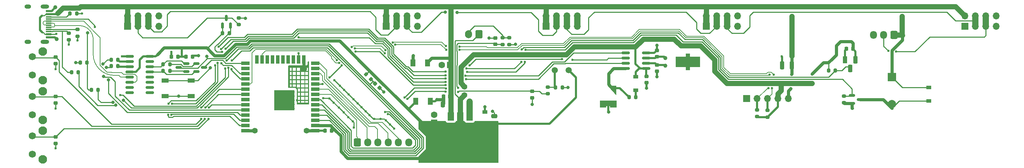
<source format=gbr>
%TF.GenerationSoftware,KiCad,Pcbnew,(6.0.4)*%
%TF.CreationDate,2022-07-12T22:37:10+02:00*%
%TF.ProjectId,Time-O-Mat_MoBo_H02,54696d65-2d4f-42d4-9d61-745f4d6f426f,rev?*%
%TF.SameCoordinates,Original*%
%TF.FileFunction,Copper,L1,Top*%
%TF.FilePolarity,Positive*%
%FSLAX46Y46*%
G04 Gerber Fmt 4.6, Leading zero omitted, Abs format (unit mm)*
G04 Created by KiCad (PCBNEW (6.0.4)) date 2022-07-12 22:37:10*
%MOMM*%
%LPD*%
G01*
G04 APERTURE LIST*
G04 Aperture macros list*
%AMRoundRect*
0 Rectangle with rounded corners*
0 $1 Rounding radius*
0 $2 $3 $4 $5 $6 $7 $8 $9 X,Y pos of 4 corners*
0 Add a 4 corners polygon primitive as box body*
4,1,4,$2,$3,$4,$5,$6,$7,$8,$9,$2,$3,0*
0 Add four circle primitives for the rounded corners*
1,1,$1+$1,$2,$3*
1,1,$1+$1,$4,$5*
1,1,$1+$1,$6,$7*
1,1,$1+$1,$8,$9*
0 Add four rect primitives between the rounded corners*
20,1,$1+$1,$2,$3,$4,$5,0*
20,1,$1+$1,$4,$5,$6,$7,0*
20,1,$1+$1,$6,$7,$8,$9,0*
20,1,$1+$1,$8,$9,$2,$3,0*%
%AMFreePoly0*
4,1,30,-0.988102,1.697465,-0.977640,1.696721,-0.971482,1.689621,-0.962979,1.685608,1.036021,-0.516393,1.042104,-0.533353,1.049000,-0.550000,1.048505,-0.551196,1.048941,-0.552413,1.041250,-0.568709,1.034355,-0.585355,1.033161,-0.585850,1.032608,-0.587021,1.015643,-0.593106,0.999000,-0.600000,-0.999000,-0.600000,-1.034355,-0.585355,-1.049000,-0.550000,-1.049000,1.649000,-1.048464,1.650295,
-1.049941,1.654413,-1.045465,1.663898,-1.044721,1.674360,-1.037621,1.680518,-1.033608,1.689021,-1.023733,1.692563,-1.015811,1.699434,-1.006435,1.698768,-0.997587,1.701941,-0.988102,1.697465,-0.988102,1.697465,$1*%
%AMFreePoly1*
4,1,21,-0.467645,0.985355,-0.453000,0.950000,-0.453000,0.664000,0.480000,0.664000,0.480000,0.946000,0.494645,0.981355,0.530000,0.996000,1.969000,0.996000,2.004355,0.981355,2.019000,0.946000,2.019000,-0.614000,2.004355,-0.649355,1.969000,-0.664000,-1.969000,-0.664000,-2.004355,-0.649355,-2.019000,-0.614000,-2.019000,0.950000,-2.004355,0.985355,-1.969000,1.000000,-0.503000,1.000000,
-0.467645,0.985355,-0.467645,0.985355,$1*%
G04 Aperture macros list end*
%TA.AperFunction,SMDPad,CuDef*%
%ADD10RoundRect,0.225000X-0.225000X-0.250000X0.225000X-0.250000X0.225000X0.250000X-0.225000X0.250000X0*%
%TD*%
%TA.AperFunction,SMDPad,CuDef*%
%ADD11RoundRect,0.250000X0.475000X-0.250000X0.475000X0.250000X-0.475000X0.250000X-0.475000X-0.250000X0*%
%TD*%
%TA.AperFunction,SMDPad,CuDef*%
%ADD12RoundRect,0.200000X0.200000X0.275000X-0.200000X0.275000X-0.200000X-0.275000X0.200000X-0.275000X0*%
%TD*%
%TA.AperFunction,ComponentPad*%
%ADD13C,2.100000*%
%TD*%
%TA.AperFunction,ComponentPad*%
%ADD14C,1.750000*%
%TD*%
%TA.AperFunction,SMDPad,CuDef*%
%ADD15R,1.300000X1.700000*%
%TD*%
%TA.AperFunction,SMDPad,CuDef*%
%ADD16RoundRect,0.250000X-0.250000X-0.750000X0.250000X-0.750000X0.250000X0.750000X-0.250000X0.750000X0*%
%TD*%
%TA.AperFunction,SMDPad,CuDef*%
%ADD17RoundRect,0.200000X0.275000X-0.200000X0.275000X0.200000X-0.275000X0.200000X-0.275000X-0.200000X0*%
%TD*%
%TA.AperFunction,SMDPad,CuDef*%
%ADD18RoundRect,0.200000X-0.200000X-0.275000X0.200000X-0.275000X0.200000X0.275000X-0.200000X0.275000X0*%
%TD*%
%TA.AperFunction,SMDPad,CuDef*%
%ADD19R,1.450000X0.600000*%
%TD*%
%TA.AperFunction,SMDPad,CuDef*%
%ADD20R,1.450000X0.300000*%
%TD*%
%TA.AperFunction,ComponentPad*%
%ADD21O,2.100000X1.000000*%
%TD*%
%TA.AperFunction,ComponentPad*%
%ADD22O,1.600000X1.000000*%
%TD*%
%TA.AperFunction,SMDPad,CuDef*%
%ADD23RoundRect,0.150000X-0.825000X-0.150000X0.825000X-0.150000X0.825000X0.150000X-0.825000X0.150000X0*%
%TD*%
%TA.AperFunction,SMDPad,CuDef*%
%ADD24FreePoly0,180.000000*%
%TD*%
%TA.AperFunction,SMDPad,CuDef*%
%ADD25FreePoly1,180.000000*%
%TD*%
%TA.AperFunction,SMDPad,CuDef*%
%ADD26RoundRect,0.225000X0.335876X0.017678X0.017678X0.335876X-0.335876X-0.017678X-0.017678X-0.335876X0*%
%TD*%
%TA.AperFunction,SMDPad,CuDef*%
%ADD27R,1.200000X0.900000*%
%TD*%
%TA.AperFunction,SMDPad,CuDef*%
%ADD28RoundRect,0.200000X-0.275000X0.200000X-0.275000X-0.200000X0.275000X-0.200000X0.275000X0.200000X0*%
%TD*%
%TA.AperFunction,ComponentPad*%
%ADD29RoundRect,0.250000X-0.600000X-0.725000X0.600000X-0.725000X0.600000X0.725000X-0.600000X0.725000X0*%
%TD*%
%TA.AperFunction,ComponentPad*%
%ADD30O,1.700000X1.950000*%
%TD*%
%TA.AperFunction,SMDPad,CuDef*%
%ADD31RoundRect,0.150000X0.150000X-0.587500X0.150000X0.587500X-0.150000X0.587500X-0.150000X-0.587500X0*%
%TD*%
%TA.AperFunction,ComponentPad*%
%ADD32R,1.700000X1.700000*%
%TD*%
%TA.AperFunction,ComponentPad*%
%ADD33O,1.700000X1.700000*%
%TD*%
%TA.AperFunction,SMDPad,CuDef*%
%ADD34RoundRect,0.150000X-0.587500X-0.150000X0.587500X-0.150000X0.587500X0.150000X-0.587500X0.150000X0*%
%TD*%
%TA.AperFunction,SMDPad,CuDef*%
%ADD35RoundRect,0.225000X-0.250000X0.225000X-0.250000X-0.225000X0.250000X-0.225000X0.250000X0.225000X0*%
%TD*%
%TA.AperFunction,ComponentPad*%
%ADD36C,1.000000*%
%TD*%
%TA.AperFunction,ComponentPad*%
%ADD37R,1.000000X1.000000*%
%TD*%
%TA.AperFunction,SMDPad,CuDef*%
%ADD38R,6.000000X2.500000*%
%TD*%
%TA.AperFunction,SMDPad,CuDef*%
%ADD39RoundRect,0.225000X0.250000X-0.225000X0.250000X0.225000X-0.250000X0.225000X-0.250000X-0.225000X0*%
%TD*%
%TA.AperFunction,SMDPad,CuDef*%
%ADD40RoundRect,0.200000X-0.335876X-0.053033X-0.053033X-0.335876X0.335876X0.053033X0.053033X0.335876X0*%
%TD*%
%TA.AperFunction,ComponentPad*%
%ADD41R,1.600000X1.600000*%
%TD*%
%TA.AperFunction,ComponentPad*%
%ADD42C,1.600000*%
%TD*%
%TA.AperFunction,SMDPad,CuDef*%
%ADD43RoundRect,0.150000X0.825000X0.150000X-0.825000X0.150000X-0.825000X-0.150000X0.825000X-0.150000X0*%
%TD*%
%TA.AperFunction,SMDPad,CuDef*%
%ADD44RoundRect,0.225000X0.225000X0.250000X-0.225000X0.250000X-0.225000X-0.250000X0.225000X-0.250000X0*%
%TD*%
%TA.AperFunction,ComponentPad*%
%ADD45RoundRect,0.250000X0.600000X0.725000X-0.600000X0.725000X-0.600000X-0.725000X0.600000X-0.725000X0*%
%TD*%
%TA.AperFunction,SMDPad,CuDef*%
%ADD46R,1.700000X1.000000*%
%TD*%
%TA.AperFunction,ComponentPad*%
%ADD47R,2.000000X2.000000*%
%TD*%
%TA.AperFunction,ComponentPad*%
%ADD48C,2.000000*%
%TD*%
%TA.AperFunction,SMDPad,CuDef*%
%ADD49RoundRect,0.150000X0.587500X0.150000X-0.587500X0.150000X-0.587500X-0.150000X0.587500X-0.150000X0*%
%TD*%
%TA.AperFunction,SMDPad,CuDef*%
%ADD50R,2.000000X0.900000*%
%TD*%
%TA.AperFunction,SMDPad,CuDef*%
%ADD51R,0.900000X2.000000*%
%TD*%
%TA.AperFunction,SMDPad,CuDef*%
%ADD52R,5.000000X5.000000*%
%TD*%
%TA.AperFunction,SMDPad,CuDef*%
%ADD53R,1.500000X2.000000*%
%TD*%
%TA.AperFunction,SMDPad,CuDef*%
%ADD54R,3.800000X2.000000*%
%TD*%
%TA.AperFunction,SMDPad,CuDef*%
%ADD55RoundRect,0.250000X0.250000X0.475000X-0.250000X0.475000X-0.250000X-0.475000X0.250000X-0.475000X0*%
%TD*%
%TA.AperFunction,ComponentPad*%
%ADD56C,1.500000*%
%TD*%
%TA.AperFunction,ComponentPad*%
%ADD57RoundRect,0.250000X0.600000X0.750000X-0.600000X0.750000X-0.600000X-0.750000X0.600000X-0.750000X0*%
%TD*%
%TA.AperFunction,ComponentPad*%
%ADD58O,1.700000X2.000000*%
%TD*%
%TA.AperFunction,ComponentPad*%
%ADD59R,1.100000X1.800000*%
%TD*%
%TA.AperFunction,ComponentPad*%
%ADD60RoundRect,0.275000X-0.275000X-0.625000X0.275000X-0.625000X0.275000X0.625000X-0.275000X0.625000X0*%
%TD*%
%TA.AperFunction,ViaPad*%
%ADD61C,0.600000*%
%TD*%
%TA.AperFunction,ViaPad*%
%ADD62C,1.000000*%
%TD*%
%TA.AperFunction,ViaPad*%
%ADD63C,0.800000*%
%TD*%
%TA.AperFunction,ViaPad*%
%ADD64C,1.400000*%
%TD*%
%TA.AperFunction,Conductor*%
%ADD65C,0.762000*%
%TD*%
%TA.AperFunction,Conductor*%
%ADD66C,0.254000*%
%TD*%
%TA.AperFunction,Conductor*%
%ADD67C,1.270000*%
%TD*%
%TA.AperFunction,Conductor*%
%ADD68C,1.524000*%
%TD*%
%TA.AperFunction,Conductor*%
%ADD69C,0.508000*%
%TD*%
%TA.AperFunction,Conductor*%
%ADD70C,0.250000*%
%TD*%
%TA.AperFunction,Conductor*%
%ADD71C,0.127000*%
%TD*%
%TA.AperFunction,Conductor*%
%ADD72C,0.203200*%
%TD*%
G04 APERTURE END LIST*
D10*
%TO.P,C13,1*%
%TO.N,+3V3*%
X40272500Y-13500000D03*
%TO.P,C13,2*%
%TO.N,GND*%
X41822500Y-13500000D03*
%TD*%
D11*
%TO.P,C2,1*%
%TO.N,+3V3*%
X115316000Y-29906000D03*
%TO.P,C2,2*%
%TO.N,GND*%
X115316000Y-28006000D03*
%TD*%
D12*
%TO.P,R11,1*%
%TO.N,Net-(Q3-Pad1)*%
X36321000Y-15367000D03*
%TO.P,R11,2*%
%TO.N,Net-(Q2-Pad2)*%
X34671000Y-15367000D03*
%TD*%
D13*
%TO.P,SW3,*%
%TO.N,*%
X5352500Y-38625000D03*
X5352500Y-31615000D03*
D14*
%TO.P,SW3,1,A*%
%TO.N,GND*%
X2862500Y-37375000D03*
%TO.P,SW3,2,B*%
%TO.N,BUTTON3*%
X2862500Y-32875000D03*
%TD*%
D15*
%TO.P,D4,1,K*%
%TO.N,+5V*%
X99050000Y-15000000D03*
%TO.P,D4,2,A*%
%TO.N,GND*%
X95550000Y-15000000D03*
%TD*%
D16*
%TO.P,TP+5V1,1,1*%
%TO.N,+5V*%
X187800000Y-15600000D03*
%TD*%
D17*
%TO.P,R18,1*%
%TO.N,+3V3*%
X179324000Y-28130000D03*
%TO.P,R18,2*%
%TO.N,I2C_SCL*%
X179324000Y-26480000D03*
%TD*%
D18*
%TO.P,R15,1*%
%TO.N,Net-(R14-Pad2)*%
X130275000Y-21000000D03*
%TO.P,R15,2*%
%TO.N,GND*%
X131925000Y-21000000D03*
%TD*%
D19*
%TO.P,J7,A1,GND*%
%TO.N,GND*%
X6785000Y-2250000D03*
%TO.P,J7,A4,VBUS*%
%TO.N,+5V*%
X6785000Y-3050000D03*
D20*
%TO.P,J7,A5,CC1*%
%TO.N,Net-(J7-PadA5)*%
X6785000Y-4250000D03*
%TO.P,J7,A6,D+*%
%TO.N,/USB+Power/D+*%
X6785000Y-5250000D03*
%TO.P,J7,A7,D-*%
%TO.N,/USB+Power/D-*%
X6785000Y-5750000D03*
%TO.P,J7,A8,SBU1*%
%TO.N,Net-(J7-PadA8)*%
X6785000Y-6750000D03*
D19*
%TO.P,J7,A9,VBUS*%
%TO.N,+5V*%
X6785000Y-7950000D03*
%TO.P,J7,A12,GND*%
%TO.N,GND*%
X6785000Y-8750000D03*
%TO.P,J7,B1,GND*%
X6785000Y-8750000D03*
%TO.P,J7,B4,VBUS*%
%TO.N,+5V*%
X6785000Y-7950000D03*
D20*
%TO.P,J7,B5,CC2*%
%TO.N,Net-(J7-PadB5)*%
X6785000Y-7250000D03*
%TO.P,J7,B6,D+*%
%TO.N,/USB+Power/D+*%
X6785000Y-6250000D03*
%TO.P,J7,B7,D-*%
%TO.N,/USB+Power/D-*%
X6785000Y-4750000D03*
%TO.P,J7,B8,SBU2*%
%TO.N,Net-(J7-PadB8)*%
X6785000Y-3750000D03*
D19*
%TO.P,J7,B9,VBUS*%
%TO.N,+5V*%
X6785000Y-3050000D03*
%TO.P,J7,B12,GND*%
%TO.N,GND*%
X6785000Y-2250000D03*
D21*
%TO.P,J7,S1,SHIELD*%
%TO.N,unconnected-(J7-PadS1)*%
X5870000Y-1180000D03*
D22*
X1690000Y-9820000D03*
D21*
X5870000Y-9820000D03*
D22*
X1690000Y-1180000D03*
%TD*%
D13*
%TO.P,SW1,*%
%TO.N,*%
X5352500Y-12215000D03*
X5352500Y-19225000D03*
D14*
%TO.P,SW1,1,A*%
%TO.N,GND*%
X2862500Y-17975000D03*
%TO.P,SW1,2,B*%
%TO.N,BUTTON1*%
X2862500Y-13475000D03*
%TD*%
D23*
%TO.P,U5,1,GND*%
%TO.N,GND*%
X26525000Y-13355000D03*
%TO.P,U5,2,TXD*%
%TO.N,Net-(R8-Pad2)*%
X26525000Y-14625000D03*
%TO.P,U5,3,RXD*%
%TO.N,Net-(R9-Pad2)*%
X26525000Y-15895000D03*
%TO.P,U5,4,V3*%
%TO.N,+3V3*%
X26525000Y-17165000D03*
%TO.P,U5,5,UD+*%
%TO.N,/USB+Power/D+*%
X26525000Y-18435000D03*
%TO.P,U5,6,UD-*%
%TO.N,/USB+Power/D-*%
X26525000Y-19705000D03*
%TO.P,U5,7,NC*%
%TO.N,unconnected-(U5-Pad7)*%
X26525000Y-20975000D03*
%TO.P,U5,8,NC*%
%TO.N,unconnected-(U5-Pad8)*%
X26525000Y-22245000D03*
%TO.P,U5,9,~{CTS}*%
%TO.N,unconnected-(U5-Pad9)*%
X31475000Y-22245000D03*
%TO.P,U5,10,~{DSR}*%
%TO.N,unconnected-(U5-Pad10)*%
X31475000Y-20975000D03*
%TO.P,U5,11,~{RI}*%
%TO.N,unconnected-(U5-Pad11)*%
X31475000Y-19705000D03*
%TO.P,U5,12,~{DCD}*%
%TO.N,unconnected-(U5-Pad12)*%
X31475000Y-18435000D03*
%TO.P,U5,13,~{DTR}*%
%TO.N,Net-(Q3-Pad2)*%
X31475000Y-17165000D03*
%TO.P,U5,14,~{RTS}*%
%TO.N,Net-(Q2-Pad2)*%
X31475000Y-15895000D03*
%TO.P,U5,15,R232*%
%TO.N,unconnected-(U5-Pad15)*%
X31475000Y-14625000D03*
%TO.P,U5,16,VCC*%
%TO.N,+3V3*%
X31475000Y-13355000D03*
%TD*%
D24*
%TO.P,C10,1*%
%TO.N,Net-(C10-Pad1)*%
X144054000Y-21131000D03*
D25*
%TO.P,C10,2*%
%TO.N,GND*%
X143146000Y-24869000D03*
%TD*%
D26*
%TO.P,C3,1*%
%TO.N,GND*%
X87416008Y-21122008D03*
%TO.P,C3,2*%
%TO.N,/USB+Power/ESP_RST*%
X86319992Y-20025992D03*
%TD*%
D27*
%TO.P,D1,1,K*%
%TO.N,+5V*%
X221221000Y-21017000D03*
%TO.P,D1,2,A*%
%TO.N,Net-(BZ1-Pad2)*%
X221221000Y-24317000D03*
%TD*%
D28*
%TO.P,R13,1*%
%TO.N,Net-(R12-Pad2)*%
X118999000Y-8827000D03*
%TO.P,R13,2*%
%TO.N,GND*%
X118999000Y-10477000D03*
%TD*%
D18*
%TO.P,R24,1*%
%TO.N,Net-(J7-PadB5)*%
X12383000Y-17272000D03*
%TO.P,R24,2*%
%TO.N,CC2*%
X14033000Y-17272000D03*
%TD*%
D29*
%TO.P,J6,1,Pin_1*%
%TO.N,TOUCH9*%
X82000000Y-34500000D03*
D30*
%TO.P,J6,2,Pin_2*%
%TO.N,TOUCH8*%
X84500000Y-34500000D03*
%TO.P,J6,3,Pin_3*%
%TO.N,TOUCH7*%
X87000000Y-34500000D03*
%TO.P,J6,4,Pin_4*%
%TO.N,TOUCH6*%
X89500000Y-34500000D03*
%TO.P,J6,5,Pin_5*%
%TO.N,TOUCH5*%
X92000000Y-34500000D03*
%TO.P,J6,6,Pin_6*%
%TO.N,GND*%
X94500000Y-34500000D03*
%TD*%
D31*
%TO.P,Q4,1,G*%
%TO.N,+3V3*%
X49150000Y-5837500D03*
%TO.P,Q4,2,S*%
%TO.N,Net-(Q4-Pad2)*%
X51050000Y-5837500D03*
%TO.P,Q4,3,D*%
%TO.N,WS2812*%
X50100000Y-3962500D03*
%TD*%
D18*
%TO.P,R9,1*%
%TO.N,/USB+Power/ESP_TX*%
X22035000Y-15748000D03*
%TO.P,R9,2*%
%TO.N,Net-(R9-Pad2)*%
X23685000Y-15748000D03*
%TD*%
D17*
%TO.P,R7,1*%
%TO.N,GND*%
X11684000Y-9334000D03*
%TO.P,R7,2*%
%TO.N,Net-(J7-PadB5)*%
X11684000Y-7684000D03*
%TD*%
D32*
%TO.P,J4,1,Pin_1*%
%TO.N,+5V*%
X167000000Y-6000000D03*
D33*
%TO.P,J4,2,Pin_2*%
X167000000Y-3460000D03*
%TO.P,J4,3,Pin_3*%
%TO.N,Net-(J3-Pad5)*%
X169540000Y-6000000D03*
%TO.P,J4,4,Pin_4*%
X169540000Y-3460000D03*
%TO.P,J4,5,Pin_5*%
%TO.N,Net-(J4-Pad5)*%
X172080000Y-6000000D03*
%TO.P,J4,6,Pin_6*%
X172080000Y-3460000D03*
%TO.P,J4,7,Pin_7*%
%TO.N,GND*%
X174620000Y-6000000D03*
%TO.P,J4,8,Pin_8*%
X174620000Y-3460000D03*
%TD*%
D34*
%TO.P,Q3,1,B*%
%TO.N,Net-(Q3-Pad1)*%
X42750500Y-15179000D03*
%TO.P,Q3,2,E*%
%TO.N,Net-(Q3-Pad2)*%
X42750500Y-17079000D03*
%TO.P,Q3,3,C*%
%TO.N,/USB+Power/ESP_GPIO0*%
X44625500Y-16129000D03*
%TD*%
D35*
%TO.P,C18,1*%
%TO.N,+3V3*%
X152400000Y-18275000D03*
%TO.P,C18,2*%
%TO.N,GND*%
X152400000Y-19825000D03*
%TD*%
D18*
%TO.P,R8,1*%
%TO.N,/USB+Power/ESP_RX*%
X22035000Y-14224000D03*
%TO.P,R8,2*%
%TO.N,Net-(R8-Pad2)*%
X23685000Y-14224000D03*
%TD*%
D28*
%TO.P,R6,1*%
%TO.N,Net-(J7-PadA8)*%
X13843000Y-6795000D03*
%TO.P,R6,2*%
%TO.N,GND*%
X13843000Y-8445000D03*
%TD*%
%TO.P,R22,1*%
%TO.N,Net-(R14-Pad2)*%
X128397000Y-20892000D03*
%TO.P,R22,2*%
%TO.N,LIGHT2*%
X128397000Y-22542000D03*
%TD*%
D18*
%TO.P,R4,1*%
%TO.N,Net-(J7-PadB8)*%
X11975000Y-2900000D03*
%TO.P,R4,2*%
%TO.N,GND*%
X13625000Y-2900000D03*
%TD*%
D28*
%TO.P,R17,1*%
%TO.N,+5V*%
X53100000Y-3975000D03*
%TO.P,R17,2*%
%TO.N,WS2812*%
X53100000Y-5625000D03*
%TD*%
%TO.P,R21,1*%
%TO.N,Net-(R12-Pad2)*%
X117348000Y-8827000D03*
%TO.P,R21,2*%
%TO.N,LIGHT1*%
X117348000Y-10477000D03*
%TD*%
D15*
%TO.P,D3,1,K*%
%TO.N,+3V3*%
X96250000Y-24400000D03*
%TO.P,D3,2,A*%
%TO.N,GND*%
X99750000Y-24400000D03*
%TD*%
D36*
%TO.P,Y1,1,1*%
%TO.N,Net-(C8-Pad1)*%
X157036000Y-15682000D03*
%TO.P,Y1,2,2*%
%TO.N,Net-(C9-Pad1)*%
X157036000Y-13782000D03*
D37*
%TO.P,Y1,3,3*%
%TO.N,GND*%
X162536000Y-16232000D03*
X162536000Y-13232000D03*
D38*
X162536000Y-14732000D03*
%TD*%
D39*
%TO.P,C6,1*%
%TO.N,GND*%
X8509000Y-34684000D03*
%TO.P,C6,2*%
%TO.N,BUTTON3*%
X8509000Y-33134000D03*
%TD*%
D32*
%TO.P,J3,1,Pin_1*%
%TO.N,+5V*%
X128000000Y-6000000D03*
D33*
%TO.P,J3,2,Pin_2*%
X128000000Y-3460000D03*
%TO.P,J3,3,Pin_3*%
%TO.N,Net-(J2-Pad5)*%
X130540000Y-6000000D03*
%TO.P,J3,4,Pin_4*%
X130540000Y-3460000D03*
%TO.P,J3,5,Pin_5*%
%TO.N,Net-(J3-Pad5)*%
X133080000Y-6000000D03*
%TO.P,J3,6,Pin_6*%
X133080000Y-3460000D03*
%TO.P,J3,7,Pin_7*%
%TO.N,GND*%
X135620000Y-6000000D03*
%TO.P,J3,8,Pin_8*%
X135620000Y-3460000D03*
%TD*%
D39*
%TO.P,C5,1*%
%TO.N,GND*%
X8509000Y-24778000D03*
%TO.P,C5,2*%
%TO.N,BUTTON2*%
X8509000Y-23228000D03*
%TD*%
D28*
%TO.P,R1,1*%
%TO.N,BUZZER*%
X200520000Y-23112000D03*
%TO.P,R1,2*%
%TO.N,GND*%
X200520000Y-24762000D03*
%TD*%
D12*
%TO.P,R20,1*%
%TO.N,Net-(D5-Pad1)*%
X149825000Y-23400000D03*
%TO.P,R20,2*%
%TO.N,Net-(C10-Pad1)*%
X148175000Y-23400000D03*
%TD*%
D27*
%TO.P,D2,1,K*%
%TO.N,+3V3*%
X113030000Y-30352000D03*
%TO.P,D2,2,A*%
%TO.N,GND*%
X113030000Y-27052000D03*
%TD*%
D40*
%TO.P,R2,1*%
%TO.N,+3V3*%
X84124800Y-17780000D03*
%TO.P,R2,2*%
%TO.N,/USB+Power/ESP_RST*%
X85291526Y-18946726D03*
%TD*%
D41*
%TO.P,C19,1*%
%TO.N,+3V3*%
X100711000Y-29657113D03*
D42*
%TO.P,C19,2*%
%TO.N,GND*%
X100711000Y-27657113D03*
%TD*%
D41*
%TO.P,C11,1*%
%TO.N,+5V*%
X104587113Y-15494000D03*
D42*
%TO.P,C11,2*%
%TO.N,GND*%
X102587113Y-15494000D03*
%TD*%
D43*
%TO.P,U3,1,VCC2*%
%TO.N,+3V3*%
X152335000Y-16383000D03*
%TO.P,U3,2,X1*%
%TO.N,Net-(C8-Pad1)*%
X152335000Y-15113000D03*
%TO.P,U3,3,X2*%
%TO.N,Net-(C9-Pad1)*%
X152335000Y-13843000D03*
%TO.P,U3,4,GND*%
%TO.N,GND*%
X152335000Y-12573000D03*
%TO.P,U3,5,CE*%
%TO.N,CE*%
X147385000Y-12573000D03*
%TO.P,U3,6,I/O*%
%TO.N,IO*%
X147385000Y-13843000D03*
%TO.P,U3,7,SCLK*%
%TO.N,SCLK*%
X147385000Y-15113000D03*
%TO.P,U3,8,VCC1*%
%TO.N,Net-(C10-Pad1)*%
X147385000Y-16383000D03*
%TD*%
D44*
%TO.P,C7,1*%
%TO.N,+3V3*%
X202705000Y-11557000D03*
%TO.P,C7,2*%
%TO.N,GND*%
X201155000Y-11557000D03*
%TD*%
D45*
%TO.P,J8,1,Pin_1*%
%TO.N,+5V*%
X212700000Y-8140000D03*
D30*
%TO.P,J8,2,Pin_2*%
%TO.N,Net-(J5-Pad5)*%
X210200000Y-8140000D03*
%TO.P,J8,3,Pin_3*%
%TO.N,GND*%
X207700000Y-8140000D03*
%TD*%
D34*
%TO.P,Q1,1,G*%
%TO.N,BUZZER*%
X202503500Y-22987000D03*
%TO.P,Q1,2,S*%
%TO.N,GND*%
X202503500Y-24887000D03*
%TO.P,Q1,3,D*%
%TO.N,Net-(BZ1-Pad2)*%
X204378500Y-23937000D03*
%TD*%
D18*
%TO.P,R5,1*%
%TO.N,GND*%
X14475000Y-14900000D03*
%TO.P,R5,2*%
%TO.N,Net-(J7-PadA5)*%
X16125000Y-14900000D03*
%TD*%
%TO.P,R3,1*%
%TO.N,+3V3*%
X196774000Y-16825000D03*
%TO.P,R3,2*%
%TO.N,TEMPERATURE*%
X198424000Y-16825000D03*
%TD*%
D32*
%TO.P,J2,1,Pin_1*%
%TO.N,+5V*%
X89000000Y-6000000D03*
D33*
%TO.P,J2,2,Pin_2*%
X89000000Y-3460000D03*
%TO.P,J2,3,Pin_3*%
%TO.N,Net-(J1-Pad5)*%
X91540000Y-6000000D03*
%TO.P,J2,4,Pin_4*%
X91540000Y-3460000D03*
%TO.P,J2,5,Pin_5*%
%TO.N,Net-(J2-Pad5)*%
X94080000Y-6000000D03*
%TO.P,J2,6,Pin_6*%
X94080000Y-3460000D03*
%TO.P,J2,7,Pin_7*%
%TO.N,GND*%
X96620000Y-6000000D03*
%TO.P,J2,8,Pin_8*%
X96620000Y-3460000D03*
%TD*%
D44*
%TO.P,C16,1*%
%TO.N,+3V3*%
X38275000Y-13500000D03*
%TO.P,C16,2*%
%TO.N,GND*%
X36725000Y-13500000D03*
%TD*%
D39*
%TO.P,C9,1*%
%TO.N,Net-(C9-Pad1)*%
X154940000Y-13475000D03*
%TO.P,C9,2*%
%TO.N,GND*%
X154940000Y-11925000D03*
%TD*%
D46*
%TO.P,RESET1,1,A*%
%TO.N,GND*%
X41504000Y-23109000D03*
X35204000Y-23109000D03*
%TO.P,RESET1,2,B*%
%TO.N,/USB+Power/ESP_RST*%
X35204000Y-19309000D03*
X41504000Y-19309000D03*
%TD*%
D27*
%TO.P,D5,1,K*%
%TO.N,Net-(D5-Pad1)*%
X149800000Y-21650000D03*
%TO.P,D5,2,A*%
%TO.N,+3V3*%
X149800000Y-18350000D03*
%TD*%
D47*
%TO.P,BZ1,1,-*%
%TO.N,+5V*%
X212204000Y-18486000D03*
D48*
%TO.P,BZ1,2,+*%
%TO.N,Net-(BZ1-Pad2)*%
X212204000Y-25086000D03*
%TD*%
D44*
%TO.P,C1,1*%
%TO.N,+3V3*%
X75705000Y-31623000D03*
%TO.P,C1,2*%
%TO.N,GND*%
X74155000Y-31623000D03*
%TD*%
D18*
%TO.P,R16,1*%
%TO.N,+3V3*%
X49175000Y-7700000D03*
%TO.P,R16,2*%
%TO.N,Net-(Q4-Pad2)*%
X50825000Y-7700000D03*
%TD*%
D49*
%TO.P,Q2,1,B*%
%TO.N,Net-(Q2-Pad1)*%
X40307500Y-17079000D03*
%TO.P,Q2,2,E*%
%TO.N,Net-(Q2-Pad2)*%
X40307500Y-15179000D03*
%TO.P,Q2,3,C*%
%TO.N,/USB+Power/ESP_RST*%
X38432500Y-16129000D03*
%TD*%
D35*
%TO.P,C15,1*%
%TO.N,GND*%
X115570000Y-8877000D03*
%TO.P,C15,2*%
%TO.N,LIGHT1*%
X115570000Y-10427000D03*
%TD*%
D17*
%TO.P,R19,1*%
%TO.N,+3V3*%
X181864000Y-28257000D03*
%TO.P,R19,2*%
%TO.N,I2C_SDA*%
X181864000Y-26607000D03*
%TD*%
D39*
%TO.P,C17,1*%
%TO.N,GND*%
X124587000Y-23508000D03*
%TO.P,C17,2*%
%TO.N,LIGHT2*%
X124587000Y-21958000D03*
%TD*%
D50*
%TO.P,U1,1,GND*%
%TO.N,GND*%
X71746000Y-31623000D03*
%TO.P,U1,2,VDD*%
%TO.N,+3V3*%
X71746000Y-30353000D03*
%TO.P,U1,3,EN*%
%TO.N,/USB+Power/ESP_RST*%
X71746000Y-29083000D03*
%TO.P,U1,4,SENSOR_VP*%
%TO.N,CC1*%
X71746000Y-27813000D03*
%TO.P,U1,5,SENSOR_VN*%
%TO.N,CC2*%
X71746000Y-26543000D03*
%TO.P,U1,6,IO34*%
%TO.N,LIGHT2*%
X71746000Y-25273000D03*
%TO.P,U1,7,IO35*%
%TO.N,LIGHT1*%
X71746000Y-24003000D03*
%TO.P,U1,8,IO32*%
%TO.N,TOUCH9*%
X71746000Y-22733000D03*
%TO.P,U1,9,IO33*%
%TO.N,TOUCH8*%
X71746000Y-21463000D03*
%TO.P,U1,10,IO25*%
%TO.N,SCLK*%
X71746000Y-20193000D03*
%TO.P,U1,11,IO26*%
%TO.N,unconnected-(U1-Pad11)*%
X71746000Y-18923000D03*
%TO.P,U1,12,IO27*%
%TO.N,TOUCH7*%
X71746000Y-17653000D03*
%TO.P,U1,13,IO14*%
%TO.N,TOUCH6*%
X71746000Y-16383000D03*
%TO.P,U1,14,IO12*%
%TO.N,TOUCH5*%
X71746000Y-15113000D03*
D51*
%TO.P,U1,15,GND*%
%TO.N,GND*%
X68961000Y-14113000D03*
%TO.P,U1,16,IO13*%
%TO.N,CE*%
X67691000Y-14113000D03*
%TO.P,U1,17,SHD/SD2*%
%TO.N,unconnected-(U1-Pad17)*%
X66421000Y-14113000D03*
%TO.P,U1,18,SWP/SD3*%
%TO.N,unconnected-(U1-Pad18)*%
X65151000Y-14113000D03*
%TO.P,U1,19,SCS/CMD*%
%TO.N,unconnected-(U1-Pad19)*%
X63881000Y-14113000D03*
%TO.P,U1,20,SCK/CLK*%
%TO.N,unconnected-(U1-Pad20)*%
X62611000Y-14113000D03*
%TO.P,U1,21,SDO/SD0*%
%TO.N,unconnected-(U1-Pad21)*%
X61341000Y-14113000D03*
%TO.P,U1,22,SDI/SD1*%
%TO.N,unconnected-(U1-Pad22)*%
X60071000Y-14113000D03*
%TO.P,U1,23,IO15*%
%TO.N,I2C_SCL*%
X58801000Y-14113000D03*
%TO.P,U1,24,IO2*%
%TO.N,unconnected-(U1-Pad24)*%
X57531000Y-14113000D03*
D50*
%TO.P,U1,25,IO0*%
%TO.N,/USB+Power/ESP_GPIO0*%
X54746000Y-15113000D03*
%TO.P,U1,26,IO4*%
%TO.N,unconnected-(U1-Pad26)*%
X54746000Y-16383000D03*
%TO.P,U1,27,IO16*%
%TO.N,Net-(Q4-Pad2)*%
X54746000Y-17653000D03*
%TO.P,U1,28,IO17*%
%TO.N,BUZZER*%
X54746000Y-18923000D03*
%TO.P,U1,29,IO5*%
%TO.N,I2C_SDA*%
X54746000Y-20193000D03*
%TO.P,U1,30,IO18*%
%TO.N,BUTTON1*%
X54746000Y-21463000D03*
%TO.P,U1,31,IO19*%
%TO.N,BUTTON2*%
X54746000Y-22733000D03*
%TO.P,U1,32,NC*%
%TO.N,unconnected-(U1-Pad32)*%
X54746000Y-24003000D03*
%TO.P,U1,33,IO21*%
%TO.N,BUTTON3*%
X54746000Y-25273000D03*
%TO.P,U1,34,RXD0/IO3*%
%TO.N,/USB+Power/ESP_RX*%
X54746000Y-26543000D03*
%TO.P,U1,35,TXD0/IO1*%
%TO.N,/USB+Power/ESP_TX*%
X54746000Y-27813000D03*
%TO.P,U1,36,IO22*%
%TO.N,TEMPERATURE*%
X54746000Y-29083000D03*
%TO.P,U1,37,IO23*%
%TO.N,IO*%
X54746000Y-30353000D03*
%TO.P,U1,38,GND*%
%TO.N,GND*%
X54746000Y-31623000D03*
D52*
%TO.P,U1,39,GND*%
X64246000Y-24123000D03*
%TD*%
D53*
%TO.P,U4,1,GND*%
%TO.N,GND*%
X109361000Y-28092000D03*
%TO.P,U4,2,VO*%
%TO.N,+3V3*%
X107061000Y-28092000D03*
D54*
X107061000Y-34392000D03*
D53*
%TO.P,U4,3,VI*%
%TO.N,+5V*%
X104761000Y-28092000D03*
%TD*%
D32*
%TO.P,J1,1,Pin_1*%
%TO.N,+5V*%
X26000000Y-6000000D03*
D33*
%TO.P,J1,2,Pin_2*%
X26000000Y-3460000D03*
%TO.P,J1,3,Pin_3*%
%TO.N,WS2812*%
X28540000Y-6000000D03*
%TO.P,J1,4,Pin_4*%
X28540000Y-3460000D03*
%TO.P,J1,5,Pin_5*%
%TO.N,Net-(J1-Pad5)*%
X31080000Y-6000000D03*
%TO.P,J1,6,Pin_6*%
X31080000Y-3460000D03*
%TO.P,J1,7,Pin_7*%
%TO.N,GND*%
X33620000Y-6000000D03*
%TO.P,J1,8,Pin_8*%
X33620000Y-3460000D03*
%TD*%
D35*
%TO.P,C8,1*%
%TO.N,Net-(C8-Pad1)*%
X154940000Y-15494000D03*
%TO.P,C8,2*%
%TO.N,GND*%
X154940000Y-17044000D03*
%TD*%
D55*
%TO.P,C14,1*%
%TO.N,+5V*%
X104709000Y-25146000D03*
%TO.P,C14,2*%
%TO.N,GND*%
X102809000Y-25146000D03*
%TD*%
D32*
%TO.P,J9,1,Pin_1*%
%TO.N,GND*%
X176789000Y-23749000D03*
D33*
%TO.P,J9,2,Pin_2*%
%TO.N,I2C_SCL*%
X179329000Y-23749000D03*
%TO.P,J9,3,Pin_3*%
%TO.N,I2C_SDA*%
X181869000Y-23749000D03*
%TO.P,J9,4,Pin_4*%
%TO.N,+3V3*%
X184409000Y-23749000D03*
%TO.P,J9,5,Pin_5*%
%TO.N,+5V*%
X186949000Y-23749000D03*
%TD*%
D32*
%TO.P,J5,1,Pin_1*%
%TO.N,+5V*%
X230000000Y-6000000D03*
D33*
%TO.P,J5,2,Pin_2*%
X230000000Y-3460000D03*
%TO.P,J5,3,Pin_3*%
%TO.N,Net-(J4-Pad5)*%
X232540000Y-6000000D03*
%TO.P,J5,4,Pin_4*%
X232540000Y-3460000D03*
%TO.P,J5,5,Pin_5*%
%TO.N,Net-(J5-Pad5)*%
X235080000Y-6000000D03*
%TO.P,J5,6,Pin_6*%
X235080000Y-3460000D03*
%TO.P,J5,7,Pin_7*%
%TO.N,GND*%
X237620000Y-6000000D03*
%TO.P,J5,8,Pin_8*%
X237620000Y-3460000D03*
%TD*%
D13*
%TO.P,SW2,*%
%TO.N,*%
X5352500Y-21915000D03*
X5352500Y-28925000D03*
D14*
%TO.P,SW2,1,A*%
%TO.N,GND*%
X2862500Y-27675000D03*
%TO.P,SW2,2,B*%
%TO.N,BUTTON2*%
X2862500Y-23175000D03*
%TD*%
D39*
%TO.P,C4,1*%
%TO.N,GND*%
X8509000Y-15126000D03*
%TO.P,C4,2*%
%TO.N,BUTTON1*%
X8509000Y-13576000D03*
%TD*%
D44*
%TO.P,C12,1*%
%TO.N,+5V*%
X104534000Y-23241000D03*
%TO.P,C12,2*%
%TO.N,GND*%
X102984000Y-23241000D03*
%TD*%
D12*
%TO.P,R10,1*%
%TO.N,Net-(Q2-Pad1)*%
X36321000Y-16967000D03*
%TO.P,R10,2*%
%TO.N,Net-(Q3-Pad2)*%
X34671000Y-16967000D03*
%TD*%
D18*
%TO.P,R23,1*%
%TO.N,Net-(J7-PadA5)*%
X17209000Y-21590000D03*
%TO.P,R23,2*%
%TO.N,CC1*%
X18859000Y-21590000D03*
%TD*%
D16*
%TO.P,TPGND1,1,1*%
%TO.N,GND*%
X185440000Y-15600000D03*
%TD*%
D56*
%TO.P,R14,1*%
%TO.N,+3V3*%
X133500000Y-16800000D03*
%TO.P,R14,2*%
%TO.N,Net-(R14-Pad2)*%
X130100000Y-16800000D03*
%TD*%
D57*
%TO.P,R12,1*%
%TO.N,+3V3*%
X111600000Y-8001000D03*
D58*
%TO.P,R12,2*%
%TO.N,Net-(R12-Pad2)*%
X109100000Y-8001000D03*
%TD*%
D59*
%TO.P,U2,1,GND*%
%TO.N,GND*%
X200787000Y-14254000D03*
D60*
%TO.P,U2,2,DQ*%
%TO.N,TEMPERATURE*%
X202057000Y-16324000D03*
%TO.P,U2,3,VDD*%
%TO.N,+3V3*%
X203327000Y-14254000D03*
%TD*%
D61*
%TO.N,+5V*%
X187579000Y-21134500D03*
D62*
X187800000Y-3600000D03*
D63*
X54700000Y-4100000D03*
D61*
X9017000Y-2794000D03*
D63*
X214630000Y-3556000D03*
D62*
X17516480Y-1152520D03*
X14595480Y-1152520D03*
D61*
X187706000Y-17768480D03*
X8636000Y-7874000D03*
D62*
X15992480Y-1152520D03*
D61*
%TO.N,+3V3*%
X192773000Y-20000000D03*
D64*
X108077000Y-22870500D03*
X108077000Y-20817500D03*
D61*
X192773000Y-17714000D03*
D63*
%TO.N,GND*%
X65278000Y-24130000D03*
D61*
X79883000Y-22733000D03*
X88900000Y-29083000D03*
D63*
X43333500Y-13202500D03*
D61*
X90932000Y-31115000D03*
X79819500Y-28257500D03*
X84010500Y-26860500D03*
D63*
X66294000Y-22098000D03*
D61*
X81026000Y-23876000D03*
D63*
X65278000Y-26162000D03*
D62*
X109360995Y-25767005D03*
D63*
X65278000Y-25146000D03*
D61*
X87630000Y-28702000D03*
D63*
X64262000Y-24130000D03*
X66294000Y-26162000D03*
D61*
X84963000Y-27813000D03*
D63*
X64262000Y-26162000D03*
X63246000Y-22098000D03*
D61*
X24638000Y-13354000D03*
D63*
X66294000Y-24130000D03*
X101346000Y-24003000D03*
X63246000Y-24130000D03*
D61*
X8509000Y-16510000D03*
X78740000Y-21590000D03*
D63*
X152400000Y-21209000D03*
D61*
X81153000Y-30861000D03*
D63*
X62230000Y-26162000D03*
X143200000Y-27000000D03*
X64262000Y-25146000D03*
D61*
X36703000Y-12319000D03*
X8509000Y-35941000D03*
D63*
X154940000Y-10668000D03*
D61*
X202552000Y-26096000D03*
X8509000Y-26162000D03*
D63*
X66294000Y-23114000D03*
D61*
X75247500Y-23685500D03*
X77724000Y-20574000D03*
D63*
X114929286Y-26802714D03*
D61*
X13843000Y-9525000D03*
X80899000Y-29337000D03*
X82994500Y-25844500D03*
D63*
X38500000Y-23100000D03*
X65278000Y-22098000D03*
X62230000Y-23114000D03*
X62230000Y-22098000D03*
D61*
X86106000Y-28702000D03*
X73660000Y-23622000D03*
D63*
X154940000Y-18415000D03*
D62*
X8382000Y-1397000D03*
D61*
X76390500Y-19240500D03*
D63*
X62230000Y-25146000D03*
D61*
X185400000Y-13400000D03*
D63*
X114046000Y-8890000D03*
X64262000Y-22098000D03*
D64*
X69596000Y-31623000D03*
D63*
X13400000Y-14900000D03*
D64*
X68961000Y-16383000D03*
D62*
X109347000Y-24511000D03*
D63*
X64262000Y-23114000D03*
D61*
X89916000Y-30099000D03*
D63*
X88392000Y-22098000D03*
D61*
X82042000Y-24892000D03*
D63*
X66294000Y-25146000D03*
X65278000Y-23114000D03*
D61*
X76263500Y-24701500D03*
D62*
X8763000Y-9144000D03*
D63*
X113030000Y-25781000D03*
X63246000Y-26162000D03*
X63246000Y-25146000D03*
D61*
X78676500Y-27114500D03*
D63*
X95600000Y-13200000D03*
D61*
X11684000Y-10541000D03*
D63*
X133259000Y-21000000D03*
X63246000Y-23114000D03*
D64*
X57023000Y-31623000D03*
D63*
X124587000Y-25146000D03*
D61*
X77470000Y-25908000D03*
D63*
X120523000Y-10414000D03*
D61*
X14900000Y-2900000D03*
D63*
X62230000Y-24130000D03*
%TO.N,/USB+Power/ESP_RST*%
X46200000Y-16200000D03*
X45300000Y-13400000D03*
D61*
%TO.N,BUTTON1*%
X43942000Y-25908000D03*
X43942000Y-28702000D03*
%TO.N,BUTTON2*%
X44958000Y-25908000D03*
X44831000Y-28702000D03*
%TO.N,BUTTON3*%
X45720000Y-28702000D03*
X45847000Y-25908000D03*
D63*
%TO.N,Net-(J2-Pad5)*%
X106299000Y-2667000D03*
X103378000Y-2540000D03*
D61*
%TO.N,Net-(J5-Pad5)*%
X213209858Y-12190358D03*
X211323500Y-12065000D03*
%TO.N,CC2*%
X51381318Y-14374115D03*
X50583079Y-16172816D03*
D63*
X25024714Y-24124286D03*
X23180041Y-25350469D03*
D61*
%TO.N,CC1*%
X49795660Y-16311293D03*
D63*
X22473286Y-24643714D03*
D61*
X50171799Y-14408422D03*
X24257000Y-22860000D03*
%TO.N,BUZZER*%
X51308000Y-16510000D03*
X103505000Y-18833503D03*
X122936000Y-11802500D03*
X122809000Y-14732000D03*
X108728755Y-17169473D03*
X49911000Y-11557000D03*
%TO.N,TEMPERATURE*%
X122047000Y-11684000D03*
X103505000Y-18034000D03*
X108585000Y-16383000D03*
X121920000Y-14732000D03*
X36830000Y-24954980D03*
X36703000Y-27686000D03*
X48792077Y-11560474D03*
X47963583Y-14974897D03*
D63*
%TO.N,/USB+Power/ESP_RX*%
X20146583Y-18296690D03*
X20038893Y-15274288D03*
%TO.N,/USB+Power/ESP_TX*%
X20873083Y-16056188D03*
X21336000Y-19177000D03*
D61*
%TO.N,LIGHT1*%
X93472000Y-23495000D03*
X106545000Y-21098497D03*
X103567049Y-21244847D03*
X89408000Y-27559000D03*
%TO.N,LIGHT2*%
X88773000Y-27051000D03*
X103522483Y-22043107D03*
X94214320Y-23791928D03*
X106545000Y-22098000D03*
%TO.N,SCLK*%
X103505295Y-20447733D03*
X108461250Y-18944435D03*
X75184000Y-18542000D03*
X73533000Y-20193000D03*
X78176371Y-15549629D03*
X81521608Y-12204392D03*
%TO.N,CE*%
X67691000Y-12655060D03*
X108341402Y-18153966D03*
X67700000Y-8728049D03*
X103505000Y-19633006D03*
%TO.N,I2C_SCL*%
X88708003Y-12637997D03*
X77611037Y-14984295D03*
X106852990Y-11811000D03*
X182118000Y-21134500D03*
X91189972Y-10517974D03*
X81371872Y-11419036D03*
X103626500Y-11811000D03*
X182372000Y-17849500D03*
%TO.N,I2C_SDA*%
X183007000Y-21134500D03*
X80660789Y-11053570D03*
X76969863Y-14343137D03*
X103546292Y-10880708D03*
X106852990Y-11011497D03*
X88822600Y-11846750D03*
X90624639Y-9952641D03*
X183388000Y-17849500D03*
%TO.N,IO*%
X36030497Y-24954980D03*
X131826000Y-14097000D03*
X47337083Y-15540502D03*
X48216051Y-11006039D03*
X134366000Y-14224000D03*
X109347000Y-15621000D03*
X103505000Y-17145000D03*
X35903497Y-27686000D03*
%TO.N,Net-(Q4-Pad2)*%
X48855875Y-15088568D03*
X49070836Y-12309805D03*
%TO.N,Net-(J7-PadA5)*%
X18101234Y-6153364D03*
D63*
X16256000Y-7620000D03*
%TD*%
D65*
%TO.N,+5V*%
X187800000Y-15600000D02*
X187800000Y-17674480D01*
D66*
X221221000Y-21017000D02*
X214735000Y-21017000D01*
D67*
X214642000Y-8140000D02*
X214642000Y-3568000D01*
X14224000Y-1524000D02*
X14595480Y-1152520D01*
X104657520Y-1152520D02*
X127952520Y-1152520D01*
D66*
X6785000Y-3050000D02*
X6094000Y-3050000D01*
X8560000Y-7950000D02*
X8636000Y-7874000D01*
D67*
X167000000Y-3460000D02*
X167000000Y-1200000D01*
X128000000Y-3460000D02*
X128000000Y-1200000D01*
D66*
X5892102Y-7950000D02*
X6785000Y-7950000D01*
D65*
X214757000Y-8255000D02*
X214757000Y-9398000D01*
D67*
X26000000Y-3460000D02*
X26000000Y-1400000D01*
D66*
X5503581Y-7561479D02*
X5892102Y-7950000D01*
D67*
X89047480Y-1152520D02*
X104657520Y-1152520D01*
D65*
X187800000Y-15600000D02*
X187800000Y-13300000D01*
X212204000Y-11951000D02*
X212204000Y-18486000D01*
D66*
X54575000Y-3975000D02*
X54700000Y-4100000D01*
D67*
X212700000Y-8140000D02*
X214642000Y-8140000D01*
D66*
X6094000Y-3050000D02*
X5715000Y-3429000D01*
D65*
X186949000Y-21845520D02*
X187579000Y-21215520D01*
D67*
X167047480Y-1152520D02*
X227692520Y-1152520D01*
D68*
X26000000Y-6000000D02*
X26000000Y-3460000D01*
D65*
X99050000Y-14850000D02*
X100139000Y-13761000D01*
D66*
X214735000Y-21017000D02*
X212204000Y-18486000D01*
X5715000Y-3429000D02*
X5207000Y-3429000D01*
D67*
X128000000Y-1200000D02*
X127952520Y-1152520D01*
X104761000Y-1256000D02*
X104657520Y-1152520D01*
D68*
X89000000Y-6000000D02*
X89000000Y-3460000D01*
D67*
X89000000Y-1200000D02*
X89047480Y-1152520D01*
X227692520Y-1152520D02*
X230000000Y-3460000D01*
X14595480Y-1152520D02*
X25752520Y-1152520D01*
D66*
X6785000Y-7950000D02*
X8560000Y-7950000D01*
D68*
X128000000Y-6000000D02*
X128000000Y-3460000D01*
D66*
X5275479Y-7561479D02*
X5503581Y-7561479D01*
D67*
X127952520Y-1152520D02*
X167047480Y-1152520D01*
X89000000Y-3460000D02*
X89000000Y-1200000D01*
D69*
X6785000Y-3050000D02*
X8761000Y-3050000D01*
X8761000Y-3050000D02*
X9017000Y-2794000D01*
X5207000Y-3429000D02*
X4699000Y-3937000D01*
D67*
X104761000Y-10839000D02*
X104761000Y-1256000D01*
X167000000Y-1200000D02*
X167047480Y-1152520D01*
X214642000Y-3568000D02*
X214630000Y-3556000D01*
D65*
X214757000Y-9398000D02*
X212204000Y-11951000D01*
D67*
X187800000Y-13300000D02*
X187800000Y-3600000D01*
D65*
X187800000Y-17674480D02*
X187706000Y-17768480D01*
X186949000Y-23749000D02*
X186949000Y-21845520D01*
D67*
X10287000Y-1524000D02*
X14224000Y-1524000D01*
D69*
X4699000Y-6985000D02*
X5275479Y-7561479D01*
D66*
X53100000Y-3975000D02*
X54575000Y-3975000D01*
D65*
X100139000Y-13761000D02*
X104761000Y-13761000D01*
D69*
X4699000Y-3937000D02*
X4699000Y-6985000D01*
D67*
X25752520Y-1152520D02*
X89047480Y-1152520D01*
X104761000Y-13761000D02*
X104761000Y-10839000D01*
X26000000Y-1400000D02*
X25752520Y-1152520D01*
X9017000Y-2794000D02*
X10287000Y-1524000D01*
D65*
X99050000Y-15000000D02*
X99050000Y-14850000D01*
D67*
X214642000Y-8140000D02*
X214757000Y-8255000D01*
X104761000Y-28092000D02*
X104761000Y-13761000D01*
D68*
X167000000Y-6000000D02*
X167000000Y-3460000D01*
D65*
%TO.N,Net-(BZ1-Pad2)*%
X210055000Y-23937000D02*
X212204000Y-26086000D01*
D66*
X213973000Y-24317000D02*
X212204000Y-26086000D01*
X221221000Y-24317000D02*
X213973000Y-24317000D01*
D65*
X204378500Y-23937000D02*
X210055000Y-23937000D01*
D67*
%TO.N,+3V3*%
X107188000Y-16002000D02*
X110236000Y-12954000D01*
D65*
X46590285Y-12590285D02*
X46590285Y-12602869D01*
D69*
X75946000Y-31623000D02*
X76342422Y-31226578D01*
X26525000Y-17165000D02*
X28035000Y-17165000D01*
D65*
X50268520Y-12437501D02*
X50275717Y-12437501D01*
X196697000Y-14933000D02*
X195554000Y-14933000D01*
D67*
X159131000Y-9144000D02*
X160782000Y-10795000D01*
X169000000Y-17000000D02*
X172000000Y-20000000D01*
D69*
X149800000Y-17200000D02*
X150617000Y-16383000D01*
D65*
X198628000Y-13081000D02*
X198628000Y-10795000D01*
D69*
X40272500Y-13500000D02*
X39205000Y-13500000D01*
D66*
X105772979Y-22587979D02*
X107061000Y-23876000D01*
D69*
X149733000Y-15240000D02*
X149733000Y-11049000D01*
X203327000Y-14654000D02*
X203327000Y-12179000D01*
D67*
X160782000Y-10795000D02*
X165595000Y-10795000D01*
D69*
X184409000Y-25712000D02*
X184409000Y-23749000D01*
D66*
X49175000Y-7700000D02*
X49175000Y-5862500D01*
D65*
X48781073Y-13190305D02*
X49515716Y-13190305D01*
D69*
X29000000Y-14200000D02*
X29845000Y-13355000D01*
D65*
X47169861Y-13182445D02*
X48773213Y-13182445D01*
D66*
X196774000Y-16825000D02*
X196774000Y-15010000D01*
D69*
X96250000Y-24550000D02*
X94436000Y-26364000D01*
D65*
X39100000Y-11300000D02*
X45300000Y-11300000D01*
D66*
X196774000Y-15010000D02*
X196697000Y-14933000D01*
D65*
X77978000Y-36703000D02*
X79629000Y-38354000D01*
X75468844Y-30353000D02*
X75897922Y-30782078D01*
D66*
X49175000Y-5862500D02*
X49150000Y-5837500D01*
D67*
X185227000Y-20000000D02*
X192773000Y-20000000D01*
D65*
X55920758Y-9608549D02*
X77680549Y-9608549D01*
D69*
X152335000Y-18210000D02*
X152400000Y-18275000D01*
X31475000Y-13355000D02*
X32873000Y-13355000D01*
X39205000Y-13500000D02*
X38275000Y-13500000D01*
D65*
X79629000Y-38354000D02*
X97790000Y-38354000D01*
D69*
X152335000Y-16383000D02*
X150876000Y-16383000D01*
D66*
X111600000Y-8001000D02*
X110076000Y-9525000D01*
D67*
X151638000Y-9144000D02*
X159131000Y-9144000D01*
D65*
X196697000Y-14933000D02*
X197612000Y-14097000D01*
X76342422Y-31226578D02*
X77978000Y-32862156D01*
D69*
X128844000Y-29906000D02*
X115316000Y-29906000D01*
X75705000Y-30975000D02*
X75897922Y-30782078D01*
D67*
X165595000Y-10795000D02*
X169000000Y-14200000D01*
D65*
X45300000Y-11300000D02*
X46590285Y-12590285D01*
D66*
X84124800Y-17780000D02*
X84988400Y-16916400D01*
D65*
X50275717Y-12437501D02*
X52335676Y-10377542D01*
D66*
X107061000Y-23876000D02*
X107061000Y-23886500D01*
D65*
X52335676Y-10377542D02*
X55151767Y-10377542D01*
D67*
X184409000Y-22546919D02*
X185227000Y-21728919D01*
X132879218Y-12954000D02*
X134784218Y-11049000D01*
D66*
X105772979Y-9670021D02*
X105772979Y-22587979D01*
D65*
X199644000Y-9779000D02*
X202311000Y-9779000D01*
X195554000Y-14933000D02*
X192773000Y-17714000D01*
D69*
X29000000Y-16200000D02*
X29000000Y-14200000D01*
D65*
X202311000Y-9779000D02*
X202705000Y-10173000D01*
D69*
X39205000Y-13500000D02*
X39205000Y-11405000D01*
D65*
X202705000Y-10173000D02*
X202705000Y-11557000D01*
D69*
X29845000Y-13355000D02*
X31475000Y-13355000D01*
D66*
X110076000Y-9525000D02*
X105918000Y-9525000D01*
D69*
X150876000Y-16383000D02*
X149733000Y-15240000D01*
X135255000Y-18555000D02*
X135255000Y-23495000D01*
D67*
X107188000Y-19928500D02*
X107188000Y-16002000D01*
D65*
X197612000Y-14097000D02*
X198628000Y-13081000D01*
D69*
X75705000Y-31623000D02*
X75705000Y-30975000D01*
D65*
X77680549Y-9608549D02*
X84988400Y-16916400D01*
D67*
X184409000Y-23749000D02*
X184409000Y-22546919D01*
D69*
X135255000Y-23495000D02*
X128844000Y-29906000D01*
X152335000Y-16383000D02*
X152335000Y-18210000D01*
D65*
X84988400Y-16916400D02*
X94436000Y-26364000D01*
X77978000Y-32862156D02*
X77978000Y-36703000D01*
X33273000Y-12955000D02*
X34928000Y-11300000D01*
X46590285Y-12602869D02*
X47169861Y-13182445D01*
D69*
X133500000Y-16800000D02*
X135255000Y-18555000D01*
X32873000Y-13355000D02*
X33273000Y-12955000D01*
X39205000Y-11405000D02*
X39100000Y-11300000D01*
D65*
X48773213Y-13182445D02*
X48781073Y-13190305D01*
D69*
X150617000Y-16383000D02*
X150876000Y-16383000D01*
D67*
X107061000Y-23886500D02*
X108077000Y-22870500D01*
D65*
X34928000Y-11300000D02*
X39100000Y-11300000D01*
D66*
X49175000Y-7700000D02*
X45575000Y-11300000D01*
D65*
X71746000Y-30353000D02*
X75468844Y-30353000D01*
D69*
X75705000Y-31623000D02*
X75946000Y-31623000D01*
D67*
X110236000Y-12954000D02*
X132879218Y-12954000D01*
D69*
X149800000Y-18350000D02*
X149800000Y-17200000D01*
X28035000Y-17165000D02*
X29000000Y-16200000D01*
D67*
X169000000Y-14200000D02*
X169000000Y-17000000D01*
X172000000Y-20000000D02*
X185227000Y-20000000D01*
X108077000Y-20817500D02*
X107188000Y-19928500D01*
X185227000Y-21728919D02*
X185227000Y-20000000D01*
D69*
X179451000Y-28257000D02*
X179324000Y-28130000D01*
X96250000Y-24400000D02*
X96250000Y-24550000D01*
D65*
X49515716Y-13190305D02*
X50268520Y-12437501D01*
D67*
X107061000Y-28092000D02*
X107061000Y-23886500D01*
D69*
X181864000Y-28257000D02*
X179451000Y-28257000D01*
D65*
X94436000Y-26364000D02*
X97663000Y-29591000D01*
D66*
X105918000Y-9525000D02*
X105772979Y-9670021D01*
D65*
X198628000Y-10795000D02*
X199644000Y-9779000D01*
D67*
X134784218Y-11049000D02*
X149733000Y-11049000D01*
D66*
X45575000Y-11300000D02*
X45300000Y-11300000D01*
D69*
X181864000Y-28257000D02*
X184409000Y-25712000D01*
D67*
X149733000Y-11049000D02*
X151638000Y-9144000D01*
D69*
X203327000Y-12179000D02*
X202705000Y-11557000D01*
D65*
X75897922Y-30782078D02*
X76342422Y-31226578D01*
X55151767Y-10377542D02*
X55920758Y-9608549D01*
D69*
%TO.N,GND*%
X154940000Y-11925000D02*
X154940000Y-10668000D01*
D65*
X102984000Y-23990000D02*
X102984000Y-24971000D01*
D66*
X84010500Y-26860500D02*
X82994500Y-25844500D01*
X8509000Y-34684000D02*
X8509000Y-35941000D01*
D69*
X200787000Y-14654000D02*
X200787000Y-11925000D01*
D66*
X185440000Y-13440000D02*
X185400000Y-13400000D01*
X76263500Y-24701500D02*
X75247500Y-23685500D01*
X89916000Y-30099000D02*
X88900000Y-29083000D01*
X81153000Y-29591000D02*
X80899000Y-29337000D01*
D65*
X200645000Y-24887000D02*
X200520000Y-24762000D01*
D66*
X90932000Y-31115000D02*
X89916000Y-30099000D01*
D69*
X26525000Y-13355000D02*
X24639000Y-13355000D01*
D66*
X84963000Y-27813000D02*
X84010500Y-26860500D01*
X82994500Y-25844500D02*
X82042000Y-24892000D01*
D69*
X143146000Y-24869000D02*
X143146000Y-26946000D01*
D65*
X102984000Y-23990000D02*
X101359000Y-23990000D01*
D68*
X109361000Y-24525000D02*
X109361000Y-28092000D01*
D69*
X113030000Y-27052000D02*
X113030000Y-25781000D01*
X24639000Y-13355000D02*
X24638000Y-13354000D01*
D66*
X81026000Y-23876000D02*
X79883000Y-22733000D01*
D65*
X54746000Y-31623000D02*
X57023000Y-31623000D01*
D68*
X109347000Y-24511000D02*
X109361000Y-24525000D01*
D65*
X102984000Y-24971000D02*
X102809000Y-25146000D01*
D66*
X8509000Y-24778000D02*
X8509000Y-26162000D01*
X79819500Y-28257500D02*
X78676500Y-27114500D01*
X8509000Y-15126000D02*
X8509000Y-16510000D01*
D65*
X202503500Y-26047500D02*
X202552000Y-26096000D01*
X68961000Y-14113000D02*
X68961000Y-16383000D01*
D69*
X41997500Y-13202500D02*
X43333500Y-13202500D01*
D66*
X78740000Y-21590000D02*
X77724000Y-20574000D01*
D69*
X36725000Y-13500000D02*
X36725000Y-12341000D01*
D66*
X77724000Y-20574000D02*
X76390500Y-19240500D01*
D69*
X200787000Y-11925000D02*
X201155000Y-11557000D01*
D66*
X80899000Y-29337000D02*
X79819500Y-28257500D01*
X13843000Y-8445000D02*
X13843000Y-9525000D01*
X77470000Y-25908000D02*
X76263500Y-24701500D01*
D65*
X71746000Y-31623000D02*
X69596000Y-31623000D01*
D66*
X76390500Y-19240500D02*
X76327000Y-19177000D01*
D69*
X7529000Y-2250000D02*
X8382000Y-1397000D01*
X74155000Y-31623000D02*
X71746000Y-31623000D01*
D66*
X85852000Y-28702000D02*
X84963000Y-27813000D01*
X82042000Y-24892000D02*
X81026000Y-23876000D01*
D69*
X99750000Y-24400000D02*
X100949000Y-24400000D01*
D70*
X124587000Y-23508000D02*
X124587000Y-25146000D01*
D69*
X185440000Y-15600000D02*
X185440000Y-13440000D01*
D65*
X95550000Y-15000000D02*
X95550000Y-13250000D01*
D66*
X88900000Y-29083000D02*
X88519000Y-28702000D01*
D69*
X100949000Y-24400000D02*
X101346000Y-24003000D01*
D66*
X13400000Y-14900000D02*
X14475000Y-14900000D01*
X81153000Y-30861000D02*
X81153000Y-29591000D01*
D69*
X143146000Y-26946000D02*
X143200000Y-27000000D01*
D68*
X135620000Y-3460000D02*
X135620000Y-6000000D01*
D65*
X95550000Y-13250000D02*
X95600000Y-13200000D01*
X101359000Y-23990000D02*
X101346000Y-24003000D01*
D69*
X36725000Y-12341000D02*
X36703000Y-12319000D01*
D66*
X75247500Y-23685500D02*
X75184000Y-23622000D01*
X88519000Y-28702000D02*
X87630000Y-28702000D01*
D65*
X202503500Y-24887000D02*
X200645000Y-24887000D01*
D70*
X114059000Y-8877000D02*
X114046000Y-8890000D01*
D66*
X115316000Y-28006000D02*
X115316000Y-27189428D01*
D69*
X8369000Y-8750000D02*
X8763000Y-9144000D01*
D66*
X87416008Y-21122008D02*
X88392000Y-22098000D01*
D70*
X120460000Y-10477000D02*
X120523000Y-10414000D01*
D66*
X14900000Y-2900000D02*
X13625000Y-2900000D01*
X11684000Y-9334000D02*
X11684000Y-10541000D01*
X115316000Y-27189428D02*
X114929286Y-26802714D01*
X131925000Y-21000000D02*
X133259000Y-21000000D01*
D70*
X115570000Y-8877000D02*
X114059000Y-8877000D01*
D69*
X152400000Y-19825000D02*
X152400000Y-21209000D01*
X6785000Y-2250000D02*
X7529000Y-2250000D01*
X201155000Y-11557000D02*
X201155000Y-11697000D01*
D66*
X87630000Y-28702000D02*
X86106000Y-28702000D01*
X78676500Y-27114500D02*
X77470000Y-25908000D01*
D65*
X102984000Y-23241000D02*
X102984000Y-23990000D01*
D69*
X152335000Y-12573000D02*
X154292000Y-12573000D01*
X154940000Y-17044000D02*
X154940000Y-18415000D01*
D66*
X75184000Y-23622000D02*
X73660000Y-23622000D01*
D69*
X6785000Y-8750000D02*
X8369000Y-8750000D01*
D65*
X202503500Y-24887000D02*
X202503500Y-26047500D01*
D69*
X154292000Y-12573000D02*
X154940000Y-11925000D01*
D66*
X79883000Y-22733000D02*
X78740000Y-21590000D01*
X41750000Y-23100000D02*
X35450000Y-23100000D01*
D70*
X118999000Y-10477000D02*
X120460000Y-10477000D01*
D66*
X86106000Y-28702000D02*
X85852000Y-28702000D01*
%TO.N,/USB+Power/ESP_RST*%
X85051948Y-20256452D02*
X98062040Y-33266544D01*
X85750400Y-19558000D02*
X85051948Y-20256452D01*
X45300000Y-13200000D02*
X45300000Y-13400000D01*
X48480152Y-13889956D02*
X48488013Y-13897816D01*
X85750400Y-19405600D02*
X85750400Y-19558000D01*
X43084059Y-16259040D02*
X45453143Y-13889956D01*
X48488013Y-13897816D02*
X49808777Y-13897816D01*
X56213822Y-10316069D02*
X75111565Y-10316069D01*
X78685520Y-36409936D02*
X78685520Y-32569092D01*
X85750400Y-19405600D02*
X85291526Y-18946726D01*
X79922064Y-37646480D02*
X78685520Y-36409936D01*
X78685520Y-32569092D02*
X75199428Y-29083000D01*
X43100000Y-19300000D02*
X41750000Y-19300000D01*
X98062040Y-35821456D02*
X96237016Y-37646480D01*
X86319992Y-20025992D02*
X86319992Y-19975192D01*
X38562540Y-16259040D02*
X43084059Y-16259040D01*
X75199428Y-29083000D02*
X71746000Y-29083000D01*
X45453143Y-13889956D02*
X48480152Y-13889956D01*
X46200000Y-16200000D02*
X43100000Y-19300000D01*
X75111565Y-10316069D02*
X85051948Y-20256452D01*
X96237016Y-37646480D02*
X79922064Y-37646480D01*
X38432500Y-16129000D02*
X38562540Y-16259040D01*
X86319992Y-19975192D02*
X85750400Y-19405600D01*
X52628728Y-11085062D02*
X55444830Y-11085061D01*
X45453143Y-13889956D02*
X45453143Y-13353143D01*
X41750000Y-19300000D02*
X35450000Y-19300000D01*
X50568778Y-13145012D02*
X52628728Y-11085062D01*
X98062040Y-33266544D02*
X98062040Y-35821456D01*
X45453143Y-13353143D02*
X45300000Y-13200000D01*
X50561581Y-13145012D02*
X50568778Y-13145012D01*
X49808777Y-13897816D02*
X50561581Y-13145012D01*
X55444830Y-11085061D02*
X56213822Y-10316069D01*
%TO.N,BUTTON1*%
X8366489Y-13718511D02*
X3304511Y-13718511D01*
X43942000Y-28702000D02*
X42672000Y-29972000D01*
X9310520Y-17184520D02*
X9310520Y-14377520D01*
X3304511Y-13718511D02*
X3048000Y-13462000D01*
X54746000Y-21463000D02*
X48387000Y-21463000D01*
X48387000Y-21463000D02*
X43942000Y-25908000D01*
X42672000Y-29972000D02*
X22098000Y-29972000D01*
X8509000Y-13576000D02*
X8366489Y-13718511D01*
X22098000Y-29972000D02*
X9310520Y-17184520D01*
X9310520Y-14377520D02*
X8509000Y-13576000D01*
%TO.N,BUTTON2*%
X43053000Y-30480000D02*
X44831000Y-28702000D01*
X2979011Y-23291511D02*
X2862500Y-23175000D01*
X17272000Y-30480000D02*
X43053000Y-30480000D01*
X8509000Y-23228000D02*
X10020000Y-23228000D01*
X8509000Y-23228000D02*
X8445489Y-23291511D01*
X10020000Y-23228000D02*
X17272000Y-30480000D01*
X8445489Y-23291511D02*
X2979011Y-23291511D01*
X48133000Y-22733000D02*
X44958000Y-25908000D01*
X54746000Y-22733000D02*
X48133000Y-22733000D01*
%TO.N,BUTTON3*%
X43307000Y-31115000D02*
X10528000Y-31115000D01*
X45720000Y-28702000D02*
X43307000Y-31115000D01*
X54746000Y-25273000D02*
X46482000Y-25273000D01*
X10528000Y-31115000D02*
X8509000Y-33134000D01*
X46482000Y-25273000D02*
X45847000Y-25908000D01*
X3121500Y-33134000D02*
X2862500Y-32875000D01*
X8509000Y-33134000D02*
X3121500Y-33134000D01*
D69*
%TO.N,Net-(C8-Pad1)*%
X154559000Y-15113000D02*
X154940000Y-15494000D01*
X152335000Y-15113000D02*
X154559000Y-15113000D01*
X154940000Y-15494000D02*
X156848000Y-15494000D01*
X156848000Y-15494000D02*
X157036000Y-15682000D01*
%TO.N,Net-(C9-Pad1)*%
X154940000Y-13475000D02*
X156729000Y-13475000D01*
X156729000Y-13475000D02*
X157036000Y-13782000D01*
X152335000Y-13843000D02*
X154572000Y-13843000D01*
X154572000Y-13843000D02*
X154940000Y-13475000D01*
D65*
%TO.N,Net-(C10-Pad1)*%
X143168379Y-20245379D02*
X144054000Y-21131000D01*
X147385000Y-16383000D02*
X144399000Y-16383000D01*
D69*
X148175000Y-23400000D02*
X148175000Y-23375000D01*
X148175000Y-23375000D02*
X145931000Y-21131000D01*
D65*
X143168379Y-17613621D02*
X143168379Y-20245379D01*
X144399000Y-16383000D02*
X143168379Y-17613621D01*
D69*
X145931000Y-21131000D02*
X144054000Y-21131000D01*
D66*
%TO.N,WS2812*%
X45437500Y-3962500D02*
X50100000Y-3962500D01*
X28540000Y-6000000D02*
X28540000Y-7640000D01*
X51437500Y-3962500D02*
X53100000Y-5625000D01*
X40600000Y-8800000D02*
X45437500Y-3962500D01*
X50100000Y-3962500D02*
X51437500Y-3962500D01*
D68*
X28540000Y-3460000D02*
X28540000Y-6000000D01*
D66*
X28540000Y-7640000D02*
X29700000Y-8800000D01*
X29700000Y-8800000D02*
X40600000Y-8800000D01*
%TO.N,Net-(J1-Pad5)*%
X35687000Y-5969000D02*
X35687000Y-3175000D01*
D68*
X91540000Y-3460000D02*
X91540000Y-6000000D01*
D66*
X85090000Y-2413000D02*
X86487000Y-3810000D01*
X89412000Y-8128000D02*
X91540000Y-6000000D01*
X86487000Y-6858000D02*
X87757000Y-8128000D01*
X36449000Y-2413000D02*
X85090000Y-2413000D01*
D68*
X31080000Y-3460000D02*
X31080000Y-6000000D01*
D66*
X87757000Y-8128000D02*
X89412000Y-8128000D01*
X31080000Y-6000000D02*
X32446000Y-7366000D01*
X32446000Y-7366000D02*
X34290000Y-7366000D01*
X86487000Y-3810000D02*
X86487000Y-6858000D01*
X34290000Y-7366000D02*
X35687000Y-5969000D01*
X35687000Y-3175000D02*
X36449000Y-2413000D01*
%TO.N,Net-(J2-Pad5)*%
X94298511Y-6414511D02*
X95377000Y-7493000D01*
X95377000Y-7493000D02*
X97536000Y-7493000D01*
X126111000Y-7239000D02*
X127127000Y-8255000D01*
D68*
X94080000Y-4418000D02*
X94080000Y-6000000D01*
D66*
X129540000Y-8255000D02*
X130540000Y-7255000D01*
X106299000Y-2667000D02*
X124333000Y-2667000D01*
X124333000Y-2667000D02*
X126111000Y-4445000D01*
X97536000Y-7493000D02*
X99441000Y-5588000D01*
X127127000Y-8255000D02*
X129540000Y-8255000D01*
X130540000Y-7255000D02*
X130540000Y-6000000D01*
X94298511Y-4636511D02*
X94298511Y-6414511D01*
X94080000Y-4418000D02*
X94298511Y-4636511D01*
X99441000Y-5588000D02*
X102489000Y-2540000D01*
X102489000Y-2540000D02*
X103378000Y-2540000D01*
D68*
X130540000Y-3460000D02*
X130540000Y-6000000D01*
D66*
X126111000Y-4445000D02*
X126111000Y-7239000D01*
D68*
X94080000Y-3460000D02*
X94080000Y-4418000D01*
D66*
%TO.N,Net-(J3-Pad5)*%
X139700000Y-2540000D02*
X162052000Y-2540000D01*
X138303000Y-3937000D02*
X139700000Y-2540000D01*
X133080000Y-6000000D02*
X133080000Y-6842000D01*
D68*
X133080000Y-3460000D02*
X133080000Y-6000000D01*
D66*
X134239000Y-8001000D02*
X137160000Y-8001000D01*
X138303000Y-6858000D02*
X138303000Y-3937000D01*
X137160000Y-8001000D02*
X138303000Y-6858000D01*
X133080000Y-6842000D02*
X134239000Y-8001000D01*
X164592000Y-6731000D02*
X165608000Y-7747000D01*
X167793000Y-7747000D02*
X169540000Y-6000000D01*
X164592000Y-5080000D02*
X164592000Y-6731000D01*
D68*
X169540000Y-3460000D02*
X169540000Y-6000000D01*
D66*
X165608000Y-7747000D02*
X167793000Y-7747000D01*
X162052000Y-2540000D02*
X164592000Y-5080000D01*
D68*
%TO.N,Net-(J4-Pad5)*%
X232540000Y-4194000D02*
X232540000Y-6000000D01*
D66*
X172080000Y-6000000D02*
X172080000Y-6599000D01*
X178435000Y-2540000D02*
X225552000Y-2540000D01*
X172080000Y-6599000D02*
X173228000Y-7747000D01*
D68*
X232540000Y-3460000D02*
X232540000Y-4194000D01*
D66*
X176022000Y-7747000D02*
X177546000Y-6223000D01*
X232035000Y-4699000D02*
X232540000Y-4194000D01*
X225552000Y-2540000D02*
X227711000Y-4699000D01*
X227711000Y-4699000D02*
X232035000Y-4699000D01*
X173228000Y-7747000D02*
X176022000Y-7747000D01*
X177546000Y-3429000D02*
X178435000Y-2540000D01*
D68*
X172080000Y-3460000D02*
X172080000Y-6000000D01*
D66*
X177546000Y-6223000D02*
X177546000Y-3429000D01*
%TO.N,Net-(J5-Pad5)*%
X211323500Y-12060500D02*
X210200000Y-10937000D01*
X213209858Y-12190358D02*
X213211500Y-12192000D01*
D68*
X235080000Y-3460000D02*
X235080000Y-6000000D01*
D66*
X211323500Y-12065000D02*
X211323500Y-12060500D01*
X234732000Y-8600000D02*
X235080000Y-8252000D01*
X210200000Y-10937000D02*
X210200000Y-8140000D01*
X217808000Y-12192000D02*
X221400000Y-8600000D01*
X213211500Y-12192000D02*
X217808000Y-12192000D01*
X235080000Y-8252000D02*
X235080000Y-6000000D01*
X221400000Y-8600000D02*
X234732000Y-8600000D01*
D71*
%TO.N,TOUCH9*%
X81788000Y-28956000D02*
X81788000Y-33020000D01*
X75565000Y-22733000D02*
X81788000Y-28956000D01*
X71746000Y-22733000D02*
X75565000Y-22733000D01*
X82000000Y-33232000D02*
X82000000Y-34500000D01*
X81788000Y-33020000D02*
X82000000Y-33232000D01*
%TO.N,TOUCH8*%
X84328000Y-33401000D02*
X84540000Y-33613000D01*
X71746000Y-21463000D02*
X74930000Y-21463000D01*
X74930000Y-21463000D02*
X84328000Y-30861000D01*
X84328000Y-30861000D02*
X84328000Y-33401000D01*
X84540000Y-33613000D02*
X84540000Y-34500000D01*
%TO.N,TOUCH7*%
X86868000Y-31242000D02*
X86868000Y-34288000D01*
X73533000Y-18186000D02*
X73533000Y-19304000D01*
X71746000Y-17653000D02*
X73000000Y-17653000D01*
X84836000Y-30607000D02*
X86233000Y-30607000D01*
X86233000Y-30607000D02*
X86868000Y-31242000D01*
X73533000Y-19304000D02*
X84836000Y-30607000D01*
X86868000Y-34288000D02*
X87080000Y-34500000D01*
X73000000Y-17653000D02*
X73533000Y-18186000D01*
%TO.N,TOUCH6*%
X89408000Y-32198919D02*
X87054081Y-29845000D01*
X89620000Y-34500000D02*
X89620000Y-33613000D01*
X87054081Y-29845000D02*
X84836000Y-29845000D01*
X89620000Y-33613000D02*
X89408000Y-33401000D01*
X89408000Y-33401000D02*
X89408000Y-32198919D01*
X84836000Y-29845000D02*
X74041000Y-19050000D01*
X74041000Y-17551000D02*
X72873000Y-16383000D01*
X74041000Y-19050000D02*
X74041000Y-17551000D01*
X72873000Y-16383000D02*
X71746000Y-16383000D01*
%TO.N,TOUCH5*%
X85271480Y-29518480D02*
X88065480Y-29518480D01*
X72873000Y-15113000D02*
X74549000Y-16789000D01*
X92160000Y-33613000D02*
X92160000Y-34500000D01*
X88065480Y-29518480D02*
X92160000Y-33613000D01*
X74549000Y-18796000D02*
X85271480Y-29518480D01*
X71746000Y-15113000D02*
X72873000Y-15113000D01*
X74549000Y-16789000D02*
X74549000Y-18796000D01*
D72*
%TO.N,/USB+Power/D+*%
X8255000Y-5842000D02*
X8255000Y-5969000D01*
X22804689Y-18035000D02*
X23735000Y-18035000D01*
X6785000Y-5250000D02*
X7917000Y-5250000D01*
X23735000Y-18035000D02*
X23935000Y-18035000D01*
X8255000Y-5588000D02*
X8255000Y-5842000D01*
X8001000Y-6223000D02*
X6812000Y-6223000D01*
X23935000Y-18035000D02*
X24335000Y-18435000D01*
X24335000Y-18435000D02*
X26525000Y-18435000D01*
X17653000Y-9245895D02*
X17653000Y-12883311D01*
X8255000Y-5842000D02*
X14249105Y-5842000D01*
X22804689Y-18035000D02*
G75*
G02*
X17653000Y-12883311I1J5151690D01*
G01*
X6785000Y-6250000D02*
G75*
G02*
X6812000Y-6223000I27000J0D01*
G01*
X8001000Y-6223000D02*
G75*
G03*
X8255000Y-5969000I0J254000D01*
G01*
X17653000Y-9245895D02*
G75*
G03*
X14249105Y-5842000I-3403900J-5D01*
G01*
X8255000Y-5588000D02*
G75*
G03*
X7917000Y-5250000I-338000J0D01*
G01*
D66*
%TO.N,CC2*%
X97155000Y-35445748D02*
X97155000Y-33642252D01*
X53763331Y-11992102D02*
X51381318Y-14374115D01*
X97155000Y-33642252D02*
X74735857Y-11223109D01*
X79592560Y-36034228D02*
X80297772Y-36739440D01*
X73942176Y-26543000D02*
X79592560Y-32193384D01*
X18766225Y-25370225D02*
X14160000Y-20764000D01*
X43315489Y-25648490D02*
X43682490Y-25281489D01*
X80297772Y-36739440D02*
X95861308Y-36739440D01*
X25024714Y-24124286D02*
X26935428Y-26035000D01*
X50583079Y-18416921D02*
X50583079Y-16172816D01*
X74735857Y-11223109D02*
X56589530Y-11223109D01*
X43718511Y-25281489D02*
X50583079Y-18416921D01*
X56589530Y-11223109D02*
X55820538Y-11992101D01*
X71746000Y-26543000D02*
X73942176Y-26543000D01*
X79592560Y-32193384D02*
X79592560Y-36034228D01*
X26935428Y-26035000D02*
X42965000Y-26035000D01*
X23160285Y-25370225D02*
X18766225Y-25370225D01*
X23180041Y-25350469D02*
X23160285Y-25370225D01*
X14160000Y-20764000D02*
X14160000Y-17399000D01*
X42965000Y-26035000D02*
X43315489Y-25684511D01*
X55820538Y-11992101D02*
X53763331Y-11992102D01*
X95861308Y-36739440D02*
X97155000Y-35445748D01*
X43315489Y-25684511D02*
X43315489Y-25648490D01*
X14160000Y-17399000D02*
X14033000Y-17272000D01*
X43682490Y-25281489D02*
X43718511Y-25281489D01*
%TO.N,Net-(J7-PadA8)*%
X13798000Y-6750000D02*
X13843000Y-6795000D01*
X6785000Y-6750000D02*
X13798000Y-6750000D01*
D72*
%TO.N,/USB+Power/D-*%
X22963709Y-17399000D02*
X22964709Y-17400000D01*
X22352496Y-17358936D02*
X22759390Y-17396641D01*
X6785000Y-4750000D02*
X5791000Y-4750000D01*
X22964709Y-17400000D02*
X24600000Y-17400000D01*
X28300000Y-19300000D02*
X27895000Y-19705000D01*
X15323676Y-4752525D02*
X19337782Y-8766631D01*
X13809501Y-4750000D02*
X14028181Y-4752525D01*
X27895000Y-19705000D02*
X26525000Y-19705000D01*
X27766120Y-17766120D02*
X28300000Y-18300000D01*
X21056932Y-17283849D02*
X21950816Y-17283849D01*
X6785000Y-4750000D02*
X13809501Y-4750000D01*
X28300000Y-18300000D02*
X28300000Y-19300000D01*
X21950816Y-17283849D02*
X22352496Y-17358936D01*
X14028181Y-4752525D02*
X15323676Y-4752525D01*
X24966120Y-17766120D02*
X27766120Y-17766120D01*
X19337782Y-15564699D02*
X21056932Y-17283849D01*
X5461000Y-5080000D02*
X5461000Y-5334000D01*
X24600000Y-17400000D02*
X24966120Y-17766120D01*
X5842000Y-5715000D02*
X6750000Y-5715000D01*
X22759390Y-17396641D02*
X22963709Y-17399000D01*
X19337782Y-8766631D02*
X19337782Y-15564699D01*
X6785000Y-5750000D02*
G75*
G03*
X6750000Y-5715000I-35000J0D01*
G01*
X5842000Y-5715000D02*
G75*
G02*
X5461000Y-5334000I0J381000D01*
G01*
X5461000Y-5080000D02*
G75*
G02*
X5791000Y-4750000I330000J0D01*
G01*
D66*
%TO.N,CC1*%
X43530657Y-24827969D02*
X49795660Y-18562966D01*
X24892000Y-22860000D02*
X27613480Y-25581480D01*
X19563714Y-24643714D02*
X22473286Y-24643714D01*
X79139040Y-36222082D02*
X80109918Y-37192960D01*
X79139040Y-32381238D02*
X79139040Y-36222082D01*
X71746000Y-27813000D02*
X74570802Y-27813000D01*
X43494636Y-24827969D02*
X43530657Y-24827969D01*
X55632684Y-11538581D02*
X53041639Y-11538582D01*
X27613480Y-25581480D02*
X42777146Y-25581480D01*
X56401676Y-10769589D02*
X55632684Y-11538581D01*
X96049162Y-37192960D02*
X97608520Y-35633602D01*
X97608520Y-33454398D02*
X74923711Y-10769589D01*
X53041639Y-11538582D02*
X50171799Y-14408422D01*
X74923711Y-10769589D02*
X56401676Y-10769589D01*
X74570802Y-27813000D02*
X79139040Y-32381238D01*
X18859000Y-23939000D02*
X18859000Y-21590000D01*
X42777146Y-25581480D02*
X42861969Y-25496657D01*
X42861969Y-25460636D02*
X43494636Y-24827969D01*
X80109918Y-37192960D02*
X96049162Y-37192960D01*
X49795660Y-18562966D02*
X49795660Y-16311293D01*
X97608520Y-35633602D02*
X97608520Y-33454398D01*
X42861969Y-25496657D02*
X42861969Y-25460636D01*
X19563714Y-24643714D02*
X18859000Y-23939000D01*
X24892000Y-22860000D02*
X24257000Y-22860000D01*
%TO.N,Net-(J7-PadB8)*%
X11119481Y-3755519D02*
X11975000Y-2900000D01*
X6790519Y-3755519D02*
X11119481Y-3755519D01*
X6785000Y-3750000D02*
X6790519Y-3755519D01*
%TO.N,BUZZER*%
X122809000Y-14986000D02*
X122809000Y-14732000D01*
X120625527Y-17169473D02*
X122301000Y-15494000D01*
X134366000Y-10033000D02*
X149231362Y-10033000D01*
X51797978Y-9670022D02*
X54858702Y-9670021D01*
X51308000Y-16739000D02*
X51308000Y-16510000D01*
X169961519Y-13801725D02*
X169961519Y-16601725D01*
X67792960Y-7607040D02*
X84442040Y-7607040D01*
X200155000Y-19000000D02*
X202503500Y-21348500D01*
X54858702Y-9670021D02*
X55627694Y-8901029D01*
X151136362Y-8128000D02*
X159639000Y-8128000D01*
X95541503Y-18833503D02*
X103505000Y-18833503D01*
X108728755Y-17169473D02*
X120625527Y-17169473D01*
X161344480Y-9833480D02*
X165993275Y-9833481D01*
X49911000Y-11557000D02*
X51797978Y-9670022D01*
X53492000Y-18923000D02*
X51308000Y-16739000D01*
X200520000Y-23112000D02*
X202378500Y-23112000D01*
X165993275Y-9833481D02*
X169961519Y-13801725D01*
X84442040Y-7607040D02*
X86614000Y-9779000D01*
X132596500Y-11802500D02*
X134366000Y-10033000D01*
X169961519Y-16601725D02*
X172359794Y-19000000D01*
X89902631Y-13194631D02*
X95541503Y-18833503D01*
X202378500Y-23112000D02*
X202503500Y-22987000D01*
X159639000Y-8128000D02*
X161344480Y-9833480D01*
X88282245Y-9779000D02*
X89902631Y-11399386D01*
X55627694Y-8901029D02*
X66498971Y-8901029D01*
X122936000Y-11802500D02*
X132596500Y-11802500D01*
X149231362Y-10033000D02*
X151136362Y-8128000D01*
X89902631Y-11399386D02*
X89902631Y-13194631D01*
X172359794Y-19000000D02*
X200155000Y-19000000D01*
X66498971Y-8901029D02*
X67792960Y-7607040D01*
X86614000Y-9779000D02*
X88282245Y-9779000D01*
X122301000Y-15494000D02*
X122809000Y-14986000D01*
X54746000Y-18923000D02*
X53492000Y-18923000D01*
X202503500Y-21348500D02*
X202503500Y-22987000D01*
%TO.N,Net-(Q2-Pad1)*%
X36321000Y-16967000D02*
X40195500Y-16967000D01*
X40195500Y-16967000D02*
X40307500Y-17079000D01*
%TO.N,Net-(Q2-Pad2)*%
X35560000Y-14478000D02*
X34671000Y-15367000D01*
X39817000Y-15179000D02*
X39116000Y-14478000D01*
X31475000Y-15895000D02*
X34143000Y-15895000D01*
X39116000Y-14478000D02*
X35560000Y-14478000D01*
X34143000Y-15895000D02*
X34671000Y-15367000D01*
X40307500Y-15179000D02*
X39817000Y-15179000D01*
%TO.N,Net-(Q3-Pad1)*%
X39520421Y-15805520D02*
X41725480Y-15805520D01*
X39081901Y-15367000D02*
X39520421Y-15805520D01*
X36321000Y-15367000D02*
X39081901Y-15367000D01*
X41725480Y-15805520D02*
X42352000Y-15179000D01*
X42352000Y-15179000D02*
X42750500Y-15179000D01*
%TO.N,Net-(Q3-Pad2)*%
X34671000Y-16967000D02*
X34473000Y-17165000D01*
X34473000Y-17165000D02*
X31475000Y-17165000D01*
X35472520Y-17768520D02*
X41667480Y-17768520D01*
X42357000Y-17079000D02*
X42750500Y-17079000D01*
X34671000Y-16967000D02*
X35472520Y-17768520D01*
X41667480Y-17768520D02*
X42357000Y-17079000D01*
%TO.N,/USB+Power/ESP_GPIO0*%
X44625500Y-16129000D02*
X46411033Y-14343467D01*
X48292303Y-14343467D02*
X48300163Y-14351327D01*
X46411033Y-14343467D02*
X48292303Y-14343467D01*
X54667923Y-15034923D02*
X54746000Y-15113000D01*
X48300163Y-14351327D02*
X49228697Y-14351327D01*
X49912293Y-15034923D02*
X54667923Y-15034923D01*
X49228697Y-14351327D02*
X49912293Y-15034923D01*
%TO.N,TEMPERATURE*%
X90356151Y-13006777D02*
X93713739Y-16364365D01*
X200913000Y-15924000D02*
X200012000Y-16825000D01*
X94119969Y-16364365D02*
X95789604Y-18034000D01*
X170415039Y-13613871D02*
X166072168Y-9271000D01*
X200012000Y-16825000D02*
X198424000Y-16825000D01*
X86801854Y-9325480D02*
X88470099Y-9325480D01*
X53340000Y-29083000D02*
X51816000Y-27559000D01*
X95789604Y-18034000D02*
X103505000Y-18034000D01*
X54746000Y-29083000D02*
X53340000Y-29083000D01*
X202044000Y-15924000D02*
X200913000Y-15924000D01*
X84629894Y-7153520D02*
X86801854Y-9325480D01*
X120269000Y-16383000D02*
X121920000Y-14732000D01*
X48792077Y-11560474D02*
X51136040Y-9216511D01*
X170415039Y-16413871D02*
X170415039Y-13613871D01*
X51136040Y-9216511D02*
X54670838Y-9216511D01*
X122555000Y-11176000D02*
X122047000Y-11684000D01*
X161798000Y-9271000D02*
X160147000Y-7620000D01*
X42645020Y-24954980D02*
X47963583Y-19636417D01*
X88470099Y-9325480D02*
X90356151Y-11211532D01*
X51816000Y-27559000D02*
X36830000Y-27559000D01*
X90356151Y-11211532D02*
X90356151Y-13006777D01*
X196773000Y-18476000D02*
X172477168Y-18476000D01*
X36830000Y-24954980D02*
X42645020Y-24954980D01*
X47963583Y-19636417D02*
X47963583Y-14974897D01*
X55439840Y-8447509D02*
X66252491Y-8447509D01*
X54670838Y-9216511D02*
X55439840Y-8447509D01*
X151003000Y-7620000D02*
X149098000Y-9525000D01*
X172477168Y-18476000D02*
X170415039Y-16413871D01*
X108585000Y-16383000D02*
X120269000Y-16383000D01*
X134112000Y-9525000D02*
X132461000Y-11176000D01*
X67546480Y-7153520D02*
X84629894Y-7153520D01*
X132461000Y-11176000D02*
X122555000Y-11176000D01*
X93713739Y-16364365D02*
X94119969Y-16364365D01*
X160147000Y-7620000D02*
X151003000Y-7620000D01*
X66252491Y-8447509D02*
X67546480Y-7153520D01*
X149098000Y-9525000D02*
X134112000Y-9525000D01*
X36830000Y-27559000D02*
X36703000Y-27686000D01*
X198424000Y-16825000D02*
X196773000Y-18476000D01*
X166072168Y-9271000D02*
X161798000Y-9271000D01*
%TO.N,/USB+Power/ESP_RX*%
X26416000Y-26543000D02*
X54746000Y-26543000D01*
X22987000Y-19558000D02*
X22987000Y-23114000D01*
X21879489Y-18450489D02*
X22987000Y-19558000D01*
X22987000Y-23114000D02*
X26416000Y-26543000D01*
X22035000Y-14224000D02*
X21089181Y-14224000D01*
X21089181Y-14224000D02*
X20038893Y-15274288D01*
X20300382Y-18450489D02*
X21879489Y-18450489D01*
X20146583Y-18296690D02*
X20300382Y-18450489D01*
D69*
%TO.N,Net-(R8-Pad2)*%
X24086000Y-14625000D02*
X23685000Y-14224000D01*
X26525000Y-14625000D02*
X24086000Y-14625000D01*
D66*
%TO.N,/USB+Power/ESP_TX*%
X21726812Y-16056188D02*
X22035000Y-15748000D01*
X25916499Y-27059499D02*
X52738499Y-27059499D01*
X21336000Y-22479000D02*
X25916499Y-27059499D01*
X52738499Y-27059499D02*
X53492000Y-27813000D01*
X20873083Y-16056188D02*
X21726812Y-16056188D01*
X21336000Y-19177000D02*
X21336000Y-22479000D01*
X53492000Y-27813000D02*
X54746000Y-27813000D01*
D69*
%TO.N,Net-(R9-Pad2)*%
X26525000Y-15895000D02*
X23832000Y-15895000D01*
X23832000Y-15895000D02*
X23685000Y-15748000D01*
D66*
%TO.N,LIGHT1*%
X106299000Y-15531206D02*
X106299000Y-12143031D01*
X103395703Y-21073501D02*
X103567049Y-21244847D01*
X106226480Y-15603726D02*
X106299000Y-15531206D01*
X71746000Y-24003000D02*
X73000000Y-24003000D01*
X115303000Y-10160000D02*
X115570000Y-10427000D01*
X80979378Y-35832400D02*
X95485600Y-35832400D01*
X106553000Y-10160000D02*
X115303000Y-10160000D01*
X80499600Y-31502600D02*
X80499600Y-35352622D01*
X96139000Y-33909000D02*
X89852500Y-27622500D01*
X106299000Y-12143031D02*
X106226479Y-12070510D01*
X80499600Y-35352622D02*
X80979378Y-35832400D01*
X93472000Y-23495000D02*
X95893499Y-21073501D01*
X106226479Y-12070510D02*
X106226479Y-10486521D01*
X106226480Y-20779977D02*
X106226480Y-15603726D01*
X89789000Y-27559000D02*
X89408000Y-27559000D01*
X95893499Y-21073501D02*
X103395703Y-21073501D01*
X115570000Y-10427000D02*
X117298000Y-10427000D01*
X106545000Y-21098497D02*
X106226480Y-20779977D01*
X89852500Y-27622500D02*
X89789000Y-27559000D01*
X106226479Y-10486521D02*
X106553000Y-10160000D01*
X73000000Y-24003000D02*
X80499600Y-31502600D01*
X95485600Y-35832400D02*
X96139000Y-35179000D01*
X117298000Y-10427000D02*
X117348000Y-10477000D01*
X96139000Y-35179000D02*
X96139000Y-33909000D01*
D70*
%TO.N,LIGHT2*%
X128397000Y-22542000D02*
X126936000Y-22542000D01*
D66*
X89803863Y-26932489D02*
X96647000Y-33775626D01*
X124587000Y-21958000D02*
X126352000Y-21958000D01*
X96647000Y-35312374D02*
X95673454Y-36285920D01*
X106799000Y-21844000D02*
X124473000Y-21844000D01*
X94214320Y-23791928D02*
X96035248Y-21971000D01*
X96035248Y-21971000D02*
X103450376Y-21971000D01*
X103450376Y-21971000D02*
X103522483Y-22043107D01*
X88891511Y-26932489D02*
X89803863Y-26932489D01*
X80485626Y-36285920D02*
X80046080Y-35846374D01*
X80046080Y-32005530D02*
X73313550Y-25273000D01*
X124473000Y-21844000D02*
X124587000Y-21958000D01*
X95673454Y-36285920D02*
X80485626Y-36285920D01*
X96647000Y-33775626D02*
X96647000Y-35312374D01*
X126352000Y-21958000D02*
X126936000Y-22542000D01*
X88773000Y-27051000D02*
X88891511Y-26932489D01*
X73313550Y-25273000D02*
X71746000Y-25273000D01*
X106545000Y-22098000D02*
X106799000Y-21844000D01*
X80046080Y-35846374D02*
X80046080Y-32005530D01*
%TO.N,SCLK*%
X126096939Y-18944435D02*
X108461250Y-18944435D01*
X132657355Y-15177031D02*
X129864343Y-15177031D01*
X81521608Y-12204392D02*
X87388392Y-12204392D01*
X95631733Y-20447733D02*
X103505295Y-20447733D01*
X71746000Y-20193000D02*
X73533000Y-20193000D01*
X132721386Y-15113000D02*
X132657355Y-15177031D01*
X129864343Y-15177031D02*
X126096939Y-18944435D01*
X87388392Y-12204392D02*
X95631733Y-20447733D01*
X147385000Y-15113000D02*
X132721386Y-15113000D01*
X75184000Y-18542000D02*
X78176371Y-15549629D01*
%TO.N,CE*%
X67691000Y-14113000D02*
X67691000Y-12655060D01*
X88148871Y-10287000D02*
X89449111Y-11587240D01*
X147385000Y-12573000D02*
X134620012Y-12573000D01*
X89449111Y-13496737D02*
X95585380Y-19633006D01*
X132469501Y-14723511D02*
X129526489Y-14723511D01*
X67700000Y-8728049D02*
X67771951Y-8800000D01*
X126096034Y-18153966D02*
X108341402Y-18153966D01*
X89449111Y-11587240D02*
X89449111Y-13496737D01*
X86360000Y-10287000D02*
X88148871Y-10287000D01*
X129526489Y-14723511D02*
X126096034Y-18153966D01*
X134620012Y-12573000D02*
X132469501Y-14723511D01*
X84873000Y-8800000D02*
X86360000Y-10287000D01*
X67771951Y-8800000D02*
X84873000Y-8800000D01*
X95585380Y-19633006D02*
X103505000Y-19633006D01*
D69*
%TO.N,I2C_SCL*%
X179324000Y-23754000D02*
X179329000Y-23749000D01*
D72*
X172654502Y-18047880D02*
X170843159Y-16236537D01*
X58801000Y-14113000D02*
X58801000Y-12909800D01*
X59656851Y-12053949D02*
X74253949Y-12053949D01*
X181943500Y-21134500D02*
X179329000Y-23749000D01*
X75700000Y-13500000D02*
X75700000Y-13923358D01*
X170843159Y-16236537D02*
X170843159Y-13436538D01*
X102333474Y-10517974D02*
X103626500Y-11811000D01*
X182372000Y-17849500D02*
X182173620Y-18047880D01*
X87489042Y-11419036D02*
X88708003Y-12637997D01*
X166249502Y-8842880D02*
X161975333Y-8842880D01*
X91189972Y-10517974D02*
X102333474Y-10517974D01*
X58801000Y-12909800D02*
X59656851Y-12053949D01*
X150825667Y-7191880D02*
X148920666Y-9096880D01*
X121031000Y-11811000D02*
X106852990Y-11811000D01*
X160324333Y-7191880D02*
X150825667Y-7191880D01*
X161975333Y-8842880D02*
X160324333Y-7191880D01*
X182118000Y-21134500D02*
X181943500Y-21134500D01*
X170843159Y-13436538D02*
X166249502Y-8842880D01*
X133934667Y-9096880D02*
X132363546Y-10668000D01*
X122174000Y-10668000D02*
X121031000Y-11811000D01*
X75700000Y-13923358D02*
X76760937Y-14984295D01*
X182173620Y-18047880D02*
X172654502Y-18047880D01*
X76760937Y-14984295D02*
X77611037Y-14984295D01*
X74253949Y-12053949D02*
X75700000Y-13500000D01*
X81371872Y-11419036D02*
X87489042Y-11419036D01*
X132363546Y-10668000D02*
X122174000Y-10668000D01*
D69*
X179324000Y-26480000D02*
X179324000Y-23754000D01*
D72*
X148920666Y-9096880D02*
X133934667Y-9096880D01*
%TO.N,I2C_SDA*%
X148753854Y-8694160D02*
X150658855Y-6789160D01*
X122007188Y-10265280D02*
X132196734Y-10265280D01*
X162142145Y-8440160D02*
X166416314Y-8440160D01*
X55907000Y-20193000D02*
X54746000Y-20193000D01*
X106852990Y-11011497D02*
X113419975Y-11011497D01*
X182786889Y-17248389D02*
X183388000Y-17849500D01*
X57148771Y-11651229D02*
X56300000Y-12500000D01*
X76969863Y-14343137D02*
X76969863Y-14200331D01*
X102546419Y-9916863D02*
X90660417Y-9916863D01*
X132196734Y-10265280D02*
X133767855Y-8694160D01*
X87793775Y-10817925D02*
X88822600Y-11846750D01*
X166416314Y-8440160D02*
X171245879Y-13269726D01*
X150658855Y-6789160D02*
X160491145Y-6789160D01*
X90660417Y-9916863D02*
X90624639Y-9952641D01*
X171245879Y-13269726D02*
X171245879Y-16069725D01*
D69*
X181864000Y-26607000D02*
X181864000Y-23754000D01*
X181864000Y-23754000D02*
X181869000Y-23749000D01*
D72*
X181617840Y-17645160D02*
X181864000Y-17399000D01*
X103546292Y-10880708D02*
X103510264Y-10880708D01*
X80896434Y-10817925D02*
X87793775Y-10817925D01*
X76969863Y-14200331D02*
X74420761Y-11651229D01*
X182014611Y-17248389D02*
X182786889Y-17248389D01*
X183007000Y-22611000D02*
X181869000Y-23749000D01*
X133767855Y-8694160D02*
X148753854Y-8694160D01*
X80660789Y-11053570D02*
X80896434Y-10817925D01*
X181864000Y-17399000D02*
X182014611Y-17248389D01*
X160491145Y-6789160D02*
X162142145Y-8440160D01*
X56300000Y-12500000D02*
X56300000Y-19800000D01*
X181109840Y-17645160D02*
X181617840Y-17645160D01*
X113711478Y-11303000D02*
X120969468Y-11303000D01*
X103510264Y-10880708D02*
X102546419Y-9916863D01*
X120969468Y-11303000D02*
X122007188Y-10265280D01*
X74420761Y-11651229D02*
X57148771Y-11651229D01*
X56300000Y-19800000D02*
X55907000Y-20193000D01*
X171245879Y-16069725D02*
X172821314Y-17645160D01*
X178816000Y-17645160D02*
X181109840Y-17645160D01*
X113419975Y-11011497D02*
X113711478Y-11303000D01*
X183007000Y-21134500D02*
X183007000Y-22611000D01*
X172821314Y-17645160D02*
X178816000Y-17645160D01*
D66*
%TO.N,IO*%
X36030497Y-24868462D02*
X36641959Y-24257000D01*
X36641959Y-24257000D02*
X42701626Y-24257000D01*
X53245489Y-30353000D02*
X50905009Y-28012520D01*
X35903497Y-28090515D02*
X35903497Y-27686000D01*
X36125493Y-28312511D02*
X35903497Y-28090515D01*
X36030497Y-24954980D02*
X36030497Y-24868462D01*
X50459090Y-8763000D02*
X54482988Y-8763000D01*
X110871000Y-14097000D02*
X131826000Y-14097000D01*
X84817748Y-6700000D02*
X86989708Y-8871960D01*
X66064637Y-7993989D02*
X67358626Y-6700000D01*
X90809671Y-12818923D02*
X93901593Y-15910845D01*
X142748000Y-14224000D02*
X143129000Y-13843000D01*
X37262501Y-28012520D02*
X36962510Y-28312511D01*
X67358626Y-6700000D02*
X84817748Y-6700000D01*
X93901593Y-15910845D02*
X94307823Y-15910845D01*
X50905009Y-28012520D02*
X37262501Y-28012520D01*
X47337083Y-19621543D02*
X47337083Y-15540502D01*
X42701626Y-24257000D02*
X47337083Y-19621543D01*
X54482988Y-8763000D02*
X55251999Y-7993989D01*
X55251999Y-7993989D02*
X66064637Y-7993989D01*
X90809671Y-11023678D02*
X90809671Y-12818923D01*
X54746000Y-30353000D02*
X53245489Y-30353000D01*
X88657953Y-8871960D02*
X90809671Y-11023678D01*
X109347000Y-15621000D02*
X110871000Y-14097000D01*
X134366000Y-14224000D02*
X142748000Y-14224000D01*
X86989708Y-8871960D02*
X88657953Y-8871960D01*
X94307823Y-15910845D02*
X95541978Y-17145000D01*
X143129000Y-13843000D02*
X147385000Y-13843000D01*
X95541978Y-17145000D02*
X103505000Y-17145000D01*
X48216051Y-11006039D02*
X50459090Y-8763000D01*
X36962510Y-28312511D02*
X36125493Y-28312511D01*
%TO.N,Net-(Q4-Pad2)*%
X49070836Y-12309805D02*
X47809805Y-12309805D01*
X49313622Y-15546315D02*
X48855875Y-15088568D01*
X51357322Y-15546315D02*
X49313622Y-15546315D01*
X54746000Y-17653000D02*
X53464007Y-17653000D01*
X51050000Y-5837500D02*
X51050000Y-7475000D01*
X47809805Y-12309805D02*
X47300000Y-11800000D01*
X51050000Y-7475000D02*
X50825000Y-7700000D01*
X50700000Y-7700000D02*
X50825000Y-7700000D01*
X47936069Y-10400000D02*
X48000000Y-10400000D01*
X53464007Y-17653000D02*
X51357322Y-15546315D01*
X47300000Y-11800000D02*
X47300000Y-11036069D01*
X47300000Y-11036069D02*
X47936069Y-10400000D01*
X48000000Y-10400000D02*
X50700000Y-7700000D01*
D69*
%TO.N,Net-(D5-Pad1)*%
X149800000Y-23375000D02*
X149825000Y-23400000D01*
X149800000Y-21650000D02*
X149800000Y-23375000D01*
D66*
%TO.N,Net-(J7-PadA5)*%
X16510000Y-21590000D02*
X17209000Y-21590000D01*
X16161707Y-7714293D02*
X16161707Y-21241707D01*
X16256000Y-7620000D02*
X16161707Y-7714293D01*
X18101234Y-5909234D02*
X18101234Y-6153364D01*
X16161707Y-21241707D02*
X16510000Y-21590000D01*
X6785000Y-4250000D02*
X16442000Y-4250000D01*
X16442000Y-4250000D02*
X18101234Y-5909234D01*
%TO.N,Net-(J7-PadB5)*%
X7810480Y-7203520D02*
X10124520Y-7203520D01*
X6785000Y-7250000D02*
X7764000Y-7250000D01*
X10124520Y-7203520D02*
X11203520Y-7203520D01*
X10124520Y-7203520D02*
X10124520Y-15966520D01*
X11203520Y-7203520D02*
X11684000Y-7684000D01*
X10124520Y-15966520D02*
X11430000Y-17272000D01*
X11430000Y-17272000D02*
X12383000Y-17272000D01*
X7764000Y-7250000D02*
X7810480Y-7203520D01*
D70*
%TO.N,Net-(R12-Pad2)*%
X109100000Y-7359000D02*
X109100000Y-8001000D01*
X115062000Y-5969000D02*
X110490000Y-5969000D01*
X117348000Y-8827000D02*
X117348000Y-8255000D01*
X117348000Y-8255000D02*
X115062000Y-5969000D01*
X110490000Y-5969000D02*
X109100000Y-7359000D01*
X117348000Y-8827000D02*
X118999000Y-8827000D01*
%TO.N,Net-(R14-Pad2)*%
X130167000Y-20892000D02*
X130275000Y-21000000D01*
X128397000Y-20892000D02*
X130167000Y-20892000D01*
D69*
X130100000Y-20825000D02*
X130275000Y-21000000D01*
X130100000Y-16800000D02*
X130100000Y-20825000D01*
%TD*%
%TA.AperFunction,Conductor*%
%TO.N,+3V3*%
G36*
X107765121Y-27071002D02*
G01*
X107811614Y-27124658D01*
X107823000Y-27177000D01*
X107823000Y-29210000D01*
X108024808Y-29210000D01*
X108092929Y-29230002D01*
X108139422Y-29283658D01*
X108142788Y-29291766D01*
X108160385Y-29338705D01*
X108165765Y-29345884D01*
X108165767Y-29345887D01*
X108229981Y-29431567D01*
X108247739Y-29455261D01*
X108364295Y-29542615D01*
X108500684Y-29593745D01*
X108562866Y-29600500D01*
X110159134Y-29600500D01*
X110221316Y-29593745D01*
X110357705Y-29542615D01*
X110474261Y-29455261D01*
X110492019Y-29431567D01*
X110556233Y-29345887D01*
X110556235Y-29345884D01*
X110561615Y-29338705D01*
X110579210Y-29291770D01*
X110621852Y-29235006D01*
X110688414Y-29210306D01*
X110697192Y-29210000D01*
X116206000Y-29210000D01*
X116274121Y-29230002D01*
X116320614Y-29283658D01*
X116332000Y-29336000D01*
X116332000Y-39365500D01*
X116311998Y-39433621D01*
X116258342Y-39480114D01*
X116206000Y-39491500D01*
X97027000Y-39491500D01*
X96958879Y-39471498D01*
X96912386Y-39417842D01*
X96901000Y-39365500D01*
X96901000Y-37933418D01*
X96921002Y-37865297D01*
X96937905Y-37844323D01*
X97593046Y-37189183D01*
X98455523Y-36326706D01*
X98463849Y-36319130D01*
X98470343Y-36315009D01*
X98517126Y-36265190D01*
X98519880Y-36262349D01*
X98539679Y-36242550D01*
X98542103Y-36239425D01*
X98542111Y-36239416D01*
X98542177Y-36239330D01*
X98549885Y-36230305D01*
X98574830Y-36203741D01*
X98580257Y-36197962D01*
X98590063Y-36180125D01*
X98600913Y-36163609D01*
X98613390Y-36147523D01*
X98631016Y-36106790D01*
X98636233Y-36096142D01*
X98653789Y-36064207D01*
X98657609Y-36057259D01*
X98659580Y-36049584D01*
X98659582Y-36049578D01*
X98662671Y-36037545D01*
X98669074Y-36018843D01*
X98677157Y-36000164D01*
X98684100Y-35956329D01*
X98686507Y-35944707D01*
X98697540Y-35901738D01*
X98697540Y-35881391D01*
X98699091Y-35861680D01*
X98701035Y-35849406D01*
X98702275Y-35841577D01*
X98698099Y-35797400D01*
X98697540Y-35785542D01*
X98697540Y-33345576D01*
X98698070Y-33334337D01*
X98699749Y-33326825D01*
X98697602Y-33258513D01*
X98697540Y-33254556D01*
X98697540Y-33226561D01*
X98697032Y-33222538D01*
X98696099Y-33210696D01*
X98694954Y-33174262D01*
X98694705Y-33166340D01*
X98689028Y-33146801D01*
X98685019Y-33127440D01*
X98683462Y-33115112D01*
X98683459Y-33115102D01*
X98682467Y-33107245D01*
X98679549Y-33099874D01*
X98666134Y-33065990D01*
X98662289Y-33054763D01*
X98649909Y-33012151D01*
X98639550Y-32994635D01*
X98630853Y-32976885D01*
X98623359Y-32957956D01*
X98597278Y-32922058D01*
X98590762Y-32912138D01*
X98572213Y-32880773D01*
X98572211Y-32880770D01*
X98568175Y-32873946D01*
X98553787Y-32859558D01*
X98540946Y-32844524D01*
X98533642Y-32834471D01*
X98528982Y-32828057D01*
X98494790Y-32799771D01*
X98486011Y-32791782D01*
X96937905Y-31243676D01*
X96903879Y-31181364D01*
X96901000Y-31154581D01*
X96901000Y-29336000D01*
X96921002Y-29267879D01*
X96974658Y-29221386D01*
X97027000Y-29210000D01*
X103424808Y-29210000D01*
X103492929Y-29230002D01*
X103539422Y-29283658D01*
X103542788Y-29291766D01*
X103560385Y-29338705D01*
X103565765Y-29345884D01*
X103565767Y-29345887D01*
X103629981Y-29431567D01*
X103647739Y-29455261D01*
X103764295Y-29542615D01*
X103900684Y-29593745D01*
X103962866Y-29600500D01*
X105559134Y-29600500D01*
X105621316Y-29593745D01*
X105757705Y-29542615D01*
X105874261Y-29455261D01*
X105892019Y-29431567D01*
X105956233Y-29345887D01*
X105956235Y-29345884D01*
X105961615Y-29338705D01*
X105979210Y-29291770D01*
X106021852Y-29235006D01*
X106088414Y-29210306D01*
X106097192Y-29210000D01*
X106299000Y-29210000D01*
X106299000Y-27177000D01*
X106319002Y-27108879D01*
X106372658Y-27062386D01*
X106425000Y-27051000D01*
X107697000Y-27051000D01*
X107765121Y-27071002D01*
G37*
%TD.AperFunction*%
%TD*%
%TA.AperFunction,Conductor*%
%TO.N,GND*%
G36*
X69215000Y-15602884D02*
G01*
X69219475Y-15618123D01*
X69220865Y-15619328D01*
X69228548Y-15620999D01*
X69455669Y-15620999D01*
X69462490Y-15620629D01*
X69513352Y-15615105D01*
X69528604Y-15611479D01*
X69649054Y-15566324D01*
X69664649Y-15557786D01*
X69766724Y-15481285D01*
X69779285Y-15468724D01*
X69855786Y-15366649D01*
X69864324Y-15351054D01*
X69909478Y-15230606D01*
X69913105Y-15215351D01*
X69918631Y-15164486D01*
X69919000Y-15157672D01*
X69919000Y-14731000D01*
X69939002Y-14662879D01*
X69992658Y-14616386D01*
X70045000Y-14605000D01*
X70111500Y-14605000D01*
X70179621Y-14625002D01*
X70226114Y-14678658D01*
X70237500Y-14731000D01*
X70237500Y-15611134D01*
X70244255Y-15673316D01*
X70255672Y-15703771D01*
X70260855Y-15774577D01*
X70255674Y-15792224D01*
X70244255Y-15822684D01*
X70237500Y-15884866D01*
X70237500Y-16881134D01*
X70244255Y-16943316D01*
X70255672Y-16973771D01*
X70260855Y-17044577D01*
X70255674Y-17062224D01*
X70244255Y-17092684D01*
X70237500Y-17154866D01*
X70237500Y-18151134D01*
X70244255Y-18213316D01*
X70255672Y-18243771D01*
X70260855Y-18314577D01*
X70255674Y-18332224D01*
X70244255Y-18362684D01*
X70237500Y-18424866D01*
X70237500Y-19421134D01*
X70244255Y-19483316D01*
X70255672Y-19513771D01*
X70260855Y-19584577D01*
X70255674Y-19602224D01*
X70244255Y-19632684D01*
X70237500Y-19694866D01*
X70237500Y-20691134D01*
X70244255Y-20753316D01*
X70255672Y-20783771D01*
X70260855Y-20854577D01*
X70255674Y-20872224D01*
X70244255Y-20902684D01*
X70237500Y-20964866D01*
X70237500Y-21961134D01*
X70244255Y-22023316D01*
X70255672Y-22053771D01*
X70260855Y-22124577D01*
X70255674Y-22142224D01*
X70244255Y-22172684D01*
X70237500Y-22234866D01*
X70237500Y-23231134D01*
X70244255Y-23293316D01*
X70255672Y-23323771D01*
X70260855Y-23394577D01*
X70255674Y-23412224D01*
X70244255Y-23442684D01*
X70237500Y-23504866D01*
X70237500Y-24501134D01*
X70244255Y-24563316D01*
X70255672Y-24593771D01*
X70260855Y-24664577D01*
X70255674Y-24682224D01*
X70244255Y-24712684D01*
X70237500Y-24774866D01*
X70237500Y-25020000D01*
X70217498Y-25088121D01*
X70163842Y-25134614D01*
X70111500Y-25146000D01*
X67380000Y-25146000D01*
X67311879Y-25125998D01*
X67265386Y-25072342D01*
X67254000Y-25020000D01*
X67254000Y-24395115D01*
X67249525Y-24379876D01*
X67248135Y-24378671D01*
X67240452Y-24377000D01*
X67056000Y-24377000D01*
X67056000Y-24281000D01*
X67509603Y-24281000D01*
X67525267Y-24334346D01*
X67529088Y-24351910D01*
X67530117Y-24359066D01*
X67531400Y-24377000D01*
X67531400Y-24740600D01*
X68059000Y-24740600D01*
X68312000Y-24740600D01*
X69076000Y-24740600D01*
X69329000Y-24740600D01*
X69962191Y-24740600D01*
X69968478Y-24682725D01*
X69969572Y-24674931D01*
X69970112Y-24671798D01*
X69971698Y-24664054D01*
X69977893Y-24638000D01*
X69971698Y-24611946D01*
X69970112Y-24604202D01*
X69969572Y-24601069D01*
X69968478Y-24593275D01*
X69961723Y-24531093D01*
X69961406Y-24527759D01*
X69961294Y-24526390D01*
X69961058Y-24522930D01*
X69960321Y-24509322D01*
X69960183Y-24505900D01*
X69960146Y-24504526D01*
X69960100Y-24501134D01*
X69960100Y-24281000D01*
X69329000Y-24281000D01*
X69329000Y-24740600D01*
X69076000Y-24740600D01*
X69076000Y-24281000D01*
X68312000Y-24281000D01*
X68312000Y-24740600D01*
X68059000Y-24740600D01*
X68059000Y-24281000D01*
X67509603Y-24281000D01*
X67056000Y-24281000D01*
X67056000Y-24028000D01*
X67476525Y-24028000D01*
X68059000Y-24028000D01*
X68312000Y-24028000D01*
X69076000Y-24028000D01*
X69329000Y-24028000D01*
X69960100Y-24028000D01*
X69960100Y-23504866D01*
X69960146Y-23501474D01*
X69960183Y-23500100D01*
X69960321Y-23496678D01*
X69961058Y-23483070D01*
X69961294Y-23479610D01*
X69961406Y-23478241D01*
X69961723Y-23474907D01*
X69968478Y-23412725D01*
X69969572Y-23404931D01*
X69970112Y-23401798D01*
X69971698Y-23394054D01*
X69977893Y-23368000D01*
X69971698Y-23341946D01*
X69970112Y-23334202D01*
X69969572Y-23331069D01*
X69968478Y-23323275D01*
X69962039Y-23264000D01*
X69329000Y-23264000D01*
X69329000Y-24028000D01*
X69076000Y-24028000D01*
X69076000Y-23264000D01*
X68312000Y-23264000D01*
X68312000Y-24028000D01*
X68059000Y-24028000D01*
X68059000Y-23264000D01*
X67531400Y-23264000D01*
X67531400Y-23869000D01*
X67530679Y-23882458D01*
X67530099Y-23887857D01*
X67527941Y-23901182D01*
X67516555Y-23953524D01*
X67514936Y-23960105D01*
X67514216Y-23962727D01*
X67502206Y-23991712D01*
X67497302Y-24000324D01*
X67483035Y-24020487D01*
X67476525Y-24028000D01*
X67056000Y-24028000D01*
X67056000Y-23869000D01*
X67235885Y-23869000D01*
X67251124Y-23864525D01*
X67252329Y-23863135D01*
X67254000Y-23855452D01*
X67253999Y-22247000D01*
X67531399Y-22247000D01*
X67531400Y-23011000D01*
X68059000Y-23011000D01*
X68312000Y-23011000D01*
X69076000Y-23011000D01*
X69329000Y-23011000D01*
X69960100Y-23011000D01*
X69960100Y-22247000D01*
X69329000Y-22247000D01*
X69329000Y-23011000D01*
X69076000Y-23011000D01*
X69076000Y-22247000D01*
X68312000Y-22247000D01*
X68312000Y-23011000D01*
X68059000Y-23011000D01*
X68059000Y-22247000D01*
X67531399Y-22247000D01*
X67253999Y-22247000D01*
X67253999Y-21578331D01*
X67253629Y-21571510D01*
X67248105Y-21520648D01*
X67244479Y-21505396D01*
X67199324Y-21384946D01*
X67190786Y-21369351D01*
X67114285Y-21267276D01*
X67101724Y-21254715D01*
X67068747Y-21230000D01*
X67442784Y-21230000D01*
X67449799Y-21265268D01*
X67450965Y-21267590D01*
X67452470Y-21270872D01*
X67455920Y-21279162D01*
X67507000Y-21415417D01*
X67509543Y-21422907D01*
X67510470Y-21425948D01*
X67512528Y-21433544D01*
X67519809Y-21464169D01*
X67521394Y-21471905D01*
X67521934Y-21475037D01*
X67523029Y-21482840D01*
X67529776Y-21544959D01*
X67530093Y-21548290D01*
X67530205Y-21549659D01*
X67530441Y-21553117D01*
X67531178Y-21566722D01*
X67531316Y-21570146D01*
X67531353Y-21571520D01*
X67531399Y-21574912D01*
X67531399Y-21994000D01*
X68059000Y-21994000D01*
X68312000Y-21994000D01*
X69076000Y-21994000D01*
X69329000Y-21994000D01*
X69962039Y-21994000D01*
X69961723Y-21991093D01*
X69961406Y-21987759D01*
X69961294Y-21986390D01*
X69961058Y-21982930D01*
X69960321Y-21969322D01*
X69960183Y-21965900D01*
X69960146Y-21964526D01*
X69960100Y-21961134D01*
X69960100Y-21230000D01*
X69329000Y-21230000D01*
X69329000Y-21994000D01*
X69076000Y-21994000D01*
X69076000Y-21230000D01*
X68312000Y-21230000D01*
X68312000Y-21994000D01*
X68059000Y-21994000D01*
X68059000Y-21230000D01*
X67442784Y-21230000D01*
X67068747Y-21230000D01*
X66999649Y-21178214D01*
X66984054Y-21169676D01*
X66863606Y-21124522D01*
X66848351Y-21120895D01*
X66797486Y-21115369D01*
X66790672Y-21115000D01*
X65277000Y-21115000D01*
X65208879Y-21094998D01*
X65162386Y-21041342D01*
X65151000Y-20989000D01*
X65151000Y-20977000D01*
X67295000Y-20977000D01*
X68059000Y-20977000D01*
X68312000Y-20977000D01*
X69076000Y-20977000D01*
X69329000Y-20977000D01*
X69960100Y-20977000D01*
X69960100Y-20964866D01*
X69960146Y-20961474D01*
X69960183Y-20960100D01*
X69960321Y-20956678D01*
X69961058Y-20943070D01*
X69961294Y-20939610D01*
X69961406Y-20938241D01*
X69961723Y-20934907D01*
X69968478Y-20872725D01*
X69969572Y-20864931D01*
X69970112Y-20861798D01*
X69971698Y-20854054D01*
X69977893Y-20828000D01*
X69971698Y-20801946D01*
X69970112Y-20794202D01*
X69969572Y-20791069D01*
X69968478Y-20783275D01*
X69961723Y-20721093D01*
X69961406Y-20717759D01*
X69961294Y-20716390D01*
X69961058Y-20712930D01*
X69960321Y-20699322D01*
X69960183Y-20695900D01*
X69960146Y-20694526D01*
X69960100Y-20691134D01*
X69960100Y-20213000D01*
X69329000Y-20213000D01*
X69329000Y-20977000D01*
X69076000Y-20977000D01*
X69076000Y-20213000D01*
X68312000Y-20213000D01*
X68312000Y-20977000D01*
X68059000Y-20977000D01*
X68059000Y-20213000D01*
X67295000Y-20213000D01*
X67295000Y-20977000D01*
X65151000Y-20977000D01*
X65151000Y-20837600D01*
X65556400Y-20837600D01*
X66025000Y-20837600D01*
X66278000Y-20837600D01*
X66794089Y-20837600D01*
X66797481Y-20837646D01*
X66798855Y-20837683D01*
X66802277Y-20837821D01*
X66815885Y-20838558D01*
X66819345Y-20838794D01*
X66820714Y-20838906D01*
X66824048Y-20839223D01*
X66886166Y-20845971D01*
X66893960Y-20847065D01*
X66897093Y-20847605D01*
X66904837Y-20849191D01*
X66935459Y-20856472D01*
X66943064Y-20858534D01*
X66946104Y-20859461D01*
X66953583Y-20862000D01*
X67042000Y-20895146D01*
X67042000Y-20213000D01*
X66278000Y-20213000D01*
X66278000Y-20837600D01*
X66025000Y-20837600D01*
X66025000Y-20213000D01*
X65556400Y-20213000D01*
X65556400Y-20837600D01*
X65151000Y-20837600D01*
X65151000Y-19960000D01*
X65556400Y-19960000D01*
X66025000Y-19960000D01*
X66278000Y-19960000D01*
X67042000Y-19960000D01*
X67295000Y-19960000D01*
X68059000Y-19960000D01*
X68312000Y-19960000D01*
X69076000Y-19960000D01*
X69329000Y-19960000D01*
X69960100Y-19960000D01*
X69960100Y-19694866D01*
X69960146Y-19691474D01*
X69960183Y-19690100D01*
X69960321Y-19686678D01*
X69961058Y-19673070D01*
X69961294Y-19669610D01*
X69961406Y-19668241D01*
X69961723Y-19664907D01*
X69968478Y-19602725D01*
X69969572Y-19594931D01*
X69970112Y-19591798D01*
X69971698Y-19584054D01*
X69977893Y-19558000D01*
X69971698Y-19531946D01*
X69970112Y-19524202D01*
X69969572Y-19521069D01*
X69968478Y-19513275D01*
X69961723Y-19451093D01*
X69961406Y-19447759D01*
X69961294Y-19446390D01*
X69961058Y-19442930D01*
X69960321Y-19429322D01*
X69960183Y-19425900D01*
X69960146Y-19424526D01*
X69960100Y-19421134D01*
X69960100Y-19196000D01*
X69329000Y-19196000D01*
X69329000Y-19960000D01*
X69076000Y-19960000D01*
X69076000Y-19196000D01*
X68312000Y-19196000D01*
X68312000Y-19960000D01*
X68059000Y-19960000D01*
X68059000Y-19196000D01*
X67295000Y-19196000D01*
X67295000Y-19960000D01*
X67042000Y-19960000D01*
X67042000Y-19196000D01*
X66278000Y-19196000D01*
X66278000Y-19960000D01*
X66025000Y-19960000D01*
X66025000Y-19196000D01*
X65556400Y-19196000D01*
X65556400Y-19960000D01*
X65151000Y-19960000D01*
X65151000Y-18943000D01*
X65556400Y-18943000D01*
X66025000Y-18943000D01*
X66278000Y-18943000D01*
X67042000Y-18943000D01*
X67295000Y-18943000D01*
X68059000Y-18943000D01*
X68312000Y-18943000D01*
X69076000Y-18943000D01*
X69329000Y-18943000D01*
X69960100Y-18943000D01*
X69960100Y-18424866D01*
X69960146Y-18421474D01*
X69960183Y-18420100D01*
X69960321Y-18416678D01*
X69961058Y-18403070D01*
X69961294Y-18399610D01*
X69961406Y-18398241D01*
X69961723Y-18394907D01*
X69968478Y-18332725D01*
X69969572Y-18324931D01*
X69970112Y-18321798D01*
X69971698Y-18314054D01*
X69977893Y-18288000D01*
X69971698Y-18261946D01*
X69970112Y-18254202D01*
X69969572Y-18251069D01*
X69968478Y-18243275D01*
X69961723Y-18181093D01*
X69961524Y-18179000D01*
X69329000Y-18179000D01*
X69329000Y-18943000D01*
X69076000Y-18943000D01*
X69076000Y-18179000D01*
X68312000Y-18179000D01*
X68312000Y-18943000D01*
X68059000Y-18943000D01*
X68059000Y-18179000D01*
X67295000Y-18179000D01*
X67295000Y-18943000D01*
X67042000Y-18943000D01*
X67042000Y-18179000D01*
X66278000Y-18179000D01*
X66278000Y-18943000D01*
X66025000Y-18943000D01*
X66025000Y-18179000D01*
X65556400Y-18179000D01*
X65556400Y-18943000D01*
X65151000Y-18943000D01*
X65151000Y-17926000D01*
X65556400Y-17926000D01*
X66025000Y-17926000D01*
X66278000Y-17926000D01*
X67042000Y-17926000D01*
X67295000Y-17926000D01*
X68059000Y-17926000D01*
X68312000Y-17926000D01*
X69076000Y-17926000D01*
X69329000Y-17926000D01*
X69960100Y-17926000D01*
X69960100Y-17162000D01*
X69329000Y-17162000D01*
X69329000Y-17926000D01*
X69076000Y-17926000D01*
X69076000Y-17162000D01*
X68312000Y-17162000D01*
X68312000Y-17926000D01*
X68059000Y-17926000D01*
X68059000Y-17162000D01*
X67295000Y-17162000D01*
X67295000Y-17926000D01*
X67042000Y-17926000D01*
X67042000Y-17162000D01*
X66278000Y-17162000D01*
X66278000Y-17926000D01*
X66025000Y-17926000D01*
X66025000Y-17162000D01*
X65556400Y-17162000D01*
X65556400Y-17926000D01*
X65151000Y-17926000D01*
X65151000Y-16909000D01*
X65556400Y-16909000D01*
X66025000Y-16909000D01*
X66278000Y-16909000D01*
X67042000Y-16909000D01*
X67295000Y-16909000D01*
X68059000Y-16909000D01*
X69508322Y-16909000D01*
X69961524Y-16909000D01*
X69961406Y-16907759D01*
X69961294Y-16906390D01*
X69961058Y-16902930D01*
X69960321Y-16889322D01*
X69960183Y-16885900D01*
X69960146Y-16884526D01*
X69960100Y-16881134D01*
X69960100Y-16145000D01*
X69678631Y-16145000D01*
X69694587Y-16187226D01*
X69701808Y-16216626D01*
X69720110Y-16367862D01*
X69721016Y-16384319D01*
X69720877Y-16397597D01*
X69719627Y-16414032D01*
X69698162Y-16564851D01*
X69690327Y-16594093D01*
X69633507Y-16735439D01*
X69618921Y-16761970D01*
X69530024Y-16885682D01*
X69509533Y-16907966D01*
X69508322Y-16909000D01*
X68059000Y-16909000D01*
X68059000Y-16145000D01*
X67295000Y-16145000D01*
X67295000Y-16909000D01*
X67042000Y-16909000D01*
X67042000Y-16145000D01*
X66278000Y-16145000D01*
X66278000Y-16909000D01*
X66025000Y-16909000D01*
X66025000Y-16145000D01*
X65556400Y-16145000D01*
X65556400Y-16909000D01*
X65151000Y-16909000D01*
X65151000Y-15747500D01*
X65171002Y-15679379D01*
X65224658Y-15632886D01*
X65277000Y-15621500D01*
X65649134Y-15621500D01*
X65711316Y-15614745D01*
X65741771Y-15603328D01*
X65812577Y-15598145D01*
X65830224Y-15603326D01*
X65860684Y-15614745D01*
X65922866Y-15621500D01*
X66919134Y-15621500D01*
X66981316Y-15614745D01*
X67011771Y-15603328D01*
X67082577Y-15598145D01*
X67100224Y-15603326D01*
X67130684Y-15614745D01*
X67192866Y-15621500D01*
X68189134Y-15621500D01*
X68251316Y-15614745D01*
X68282483Y-15603061D01*
X68353288Y-15597878D01*
X68370943Y-15603061D01*
X68393398Y-15611479D01*
X68408649Y-15615105D01*
X68459514Y-15620631D01*
X68466328Y-15621000D01*
X68688885Y-15621000D01*
X68704124Y-15616525D01*
X68705329Y-15615135D01*
X68707000Y-15607452D01*
X68707000Y-14605000D01*
X69215000Y-14605000D01*
X69215000Y-15602884D01*
G37*
%TD.AperFunction*%
%TD*%
M02*

</source>
